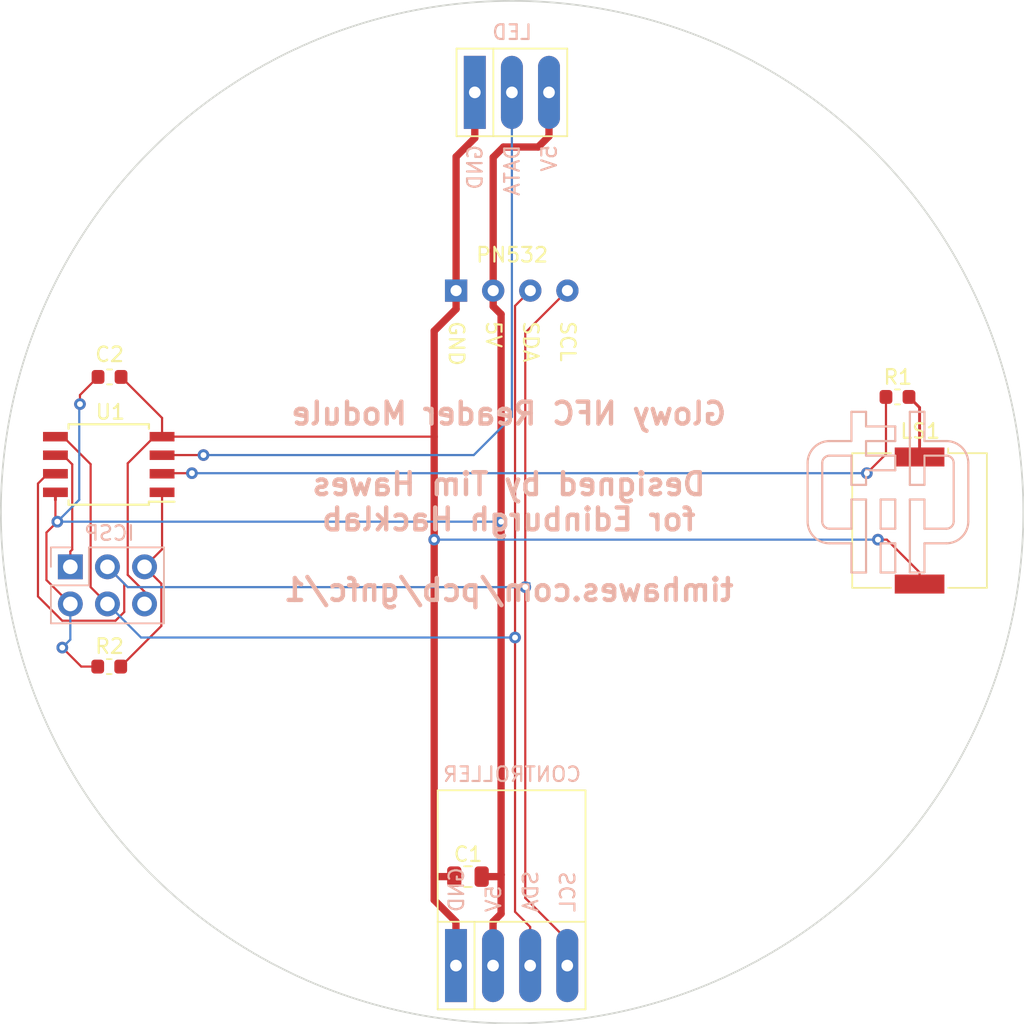
<source format=kicad_pcb>
(kicad_pcb (version 20171130) (host pcbnew "(5.1.2-1)-1")

  (general
    (thickness 1.6)
    (drawings 16)
    (tracks 117)
    (zones 0)
    (modules 11)
    (nets 10)
  )

  (page A4)
  (layers
    (0 F.Cu signal)
    (31 B.Cu signal)
    (32 B.Adhes user)
    (33 F.Adhes user)
    (34 B.Paste user)
    (35 F.Paste user)
    (36 B.SilkS user)
    (37 F.SilkS user)
    (38 B.Mask user)
    (39 F.Mask user)
    (40 Dwgs.User user)
    (41 Cmts.User user)
    (42 Eco1.User user)
    (43 Eco2.User user)
    (44 Edge.Cuts user)
    (45 Margin user)
    (46 B.CrtYd user)
    (47 F.CrtYd user)
    (48 B.Fab user)
    (49 F.Fab user)
  )

  (setup
    (last_trace_width 0.2)
    (user_trace_width 0.15)
    (user_trace_width 0.2)
    (user_trace_width 0.25)
    (user_trace_width 0.5)
    (user_trace_width 1)
    (trace_clearance 0.2)
    (zone_clearance 0.508)
    (zone_45_only yes)
    (trace_min 0.15)
    (via_size 0.8)
    (via_drill 0.4)
    (via_min_size 0.4)
    (via_min_drill 0.3)
    (uvia_size 0.3)
    (uvia_drill 0.1)
    (uvias_allowed no)
    (uvia_min_size 0.2)
    (uvia_min_drill 0.1)
    (edge_width 0.05)
    (segment_width 0.2)
    (pcb_text_width 0.3)
    (pcb_text_size 1.5 1.5)
    (mod_edge_width 0.12)
    (mod_text_size 1 1)
    (mod_text_width 0.15)
    (pad_size 3 1.7)
    (pad_drill 1)
    (pad_to_mask_clearance 0.051)
    (solder_mask_min_width 0.25)
    (aux_axis_origin 0 0)
    (visible_elements FFFFFF7F)
    (pcbplotparams
      (layerselection 0x010fc_ffffffff)
      (usegerberextensions true)
      (usegerberattributes false)
      (usegerberadvancedattributes false)
      (creategerberjobfile false)
      (excludeedgelayer true)
      (linewidth 0.100000)
      (plotframeref false)
      (viasonmask false)
      (mode 1)
      (useauxorigin false)
      (hpglpennumber 1)
      (hpglpenspeed 20)
      (hpglpendiameter 15.000000)
      (psnegative false)
      (psa4output false)
      (plotreference true)
      (plotvalue true)
      (plotinvisibletext false)
      (padsonsilk false)
      (subtractmaskfromsilk false)
      (outputformat 1)
      (mirror false)
      (drillshape 0)
      (scaleselection 1)
      (outputdirectory "gerbers"))
  )

  (net 0 "")
  (net 1 GND)
  (net 2 +5V)
  (net 3 /LED)
  (net 4 /RST)
  (net 5 /MOSI)
  (net 6 /SCK)
  (net 7 /MISO)
  (net 8 "Net-(LS1-Pad1)")
  (net 9 /SPEAKER)

  (net_class Default "This is the default net class."
    (clearance 0.2)
    (trace_width 0.2)
    (via_dia 0.8)
    (via_drill 0.4)
    (uvia_dia 0.3)
    (uvia_drill 0.1)
    (add_net +5V)
    (add_net /LED)
    (add_net /MISO)
    (add_net /MOSI)
    (add_net /RST)
    (add_net /SCK)
    (add_net /SPEAKER)
    (add_net GND)
    (add_net "Net-(LS1-Pad1)")
  )

  (module timhawes:Hacklab_Logo_11mm (layer B.Cu) (tedit 565883E2) (tstamp 5D351920)
    (at 174.32 101.97 180)
    (fp_text reference REF** (at 0 -9) (layer B.SilkS) hide
      (effects (font (size 1 1) (thickness 0.15)) (justify mirror))
    )
    (fp_text value Hacklab_Logo_11mm (at 0 -7) (layer B.Fab) hide
      (effects (font (size 1 1) (thickness 0.15)) (justify mirror))
    )
    (fp_line (start -0.5 -0.5) (end 0.5 -0.5) (layer B.SilkS) (width 0.15))
    (fp_line (start 0.5 -0.5) (end 0.5 -2.5) (layer B.SilkS) (width 0.15))
    (fp_line (start 0.5 -2.5) (end -0.5 -2.5) (layer B.SilkS) (width 0.15))
    (fp_line (start -0.5 -2.5) (end -0.5 -0.5) (layer B.SilkS) (width 0.15))
    (fp_line (start -0.5 -3.5) (end 0.5 -3.5) (layer B.SilkS) (width 0.15))
    (fp_line (start 0.5 -3.5) (end 0.5 -5.5) (layer B.SilkS) (width 0.15))
    (fp_line (start 0.5 -5.5) (end -0.5 -5.5) (layer B.SilkS) (width 0.15))
    (fp_line (start -0.5 -5.5) (end -0.5 -3.5) (layer B.SilkS) (width 0.15))
    (fp_line (start 1.5 -0.5) (end 1.5 -5.5) (layer B.SilkS) (width 0.15))
    (fp_line (start 1.5 -5.5) (end 2.5 -5.5) (layer B.SilkS) (width 0.15))
    (fp_line (start 2.5 -5.5) (end 2.5 -3.5) (layer B.SilkS) (width 0.15))
    (fp_line (start 2.5 -3.5) (end 4 -3.5) (layer B.SilkS) (width 0.15))
    (fp_line (start 1.5 -0.5) (end 2.5 -0.5) (layer B.SilkS) (width 0.15))
    (fp_line (start 2.5 -0.5) (end 2.5 -2.5) (layer B.SilkS) (width 0.15))
    (fp_line (start 2.5 -2.5) (end 4 -2.5) (layer B.SilkS) (width 0.15))
    (fp_line (start -1.5 -0.5) (end -1.5 -5.5) (layer B.SilkS) (width 0.15))
    (fp_line (start -1.5 -5.5) (end -2.5 -5.5) (layer B.SilkS) (width 0.15))
    (fp_line (start -2.5 -5.5) (end -2.5 -3.5) (layer B.SilkS) (width 0.15))
    (fp_line (start -2.5 -3.5) (end -4 -3.5) (layer B.SilkS) (width 0.15))
    (fp_line (start -1.5 -0.5) (end -2.5 -0.5) (layer B.SilkS) (width 0.15))
    (fp_line (start -2.5 -0.5) (end -2.5 -2.5) (layer B.SilkS) (width 0.15))
    (fp_line (start -2.5 -2.5) (end -4 -2.5) (layer B.SilkS) (width 0.15))
    (fp_line (start -2.5 0.5) (end -1.5 0.5) (layer B.SilkS) (width 0.15))
    (fp_line (start -1.5 0.5) (end -1.5 5.5) (layer B.SilkS) (width 0.15))
    (fp_line (start -1.5 5.5) (end -2.5 5.5) (layer B.SilkS) (width 0.15))
    (fp_line (start -2.5 5.5) (end -2.5 3.5) (layer B.SilkS) (width 0.15))
    (fp_line (start -2.5 3.5) (end -4 3.5) (layer B.SilkS) (width 0.15))
    (fp_line (start -2.5 0.5) (end -2.5 2.5) (layer B.SilkS) (width 0.15))
    (fp_line (start -2.5 2.5) (end -4 2.5) (layer B.SilkS) (width 0.15))
    (fp_line (start 1.5 5.5) (end 1.5 4.5) (layer B.SilkS) (width 0.15))
    (fp_line (start 1.5 4.5) (end -0.5 4.5) (layer B.SilkS) (width 0.15))
    (fp_line (start -0.5 4.5) (end -0.5 3.5) (layer B.SilkS) (width 0.15))
    (fp_line (start -0.5 3.5) (end 1.5 3.5) (layer B.SilkS) (width 0.15))
    (fp_line (start 1.5 3.5) (end 1.5 2.5) (layer B.SilkS) (width 0.15))
    (fp_line (start 1.5 2.5) (end -0.5 2.5) (layer B.SilkS) (width 0.15))
    (fp_line (start -0.5 2.5) (end -0.5 1.5) (layer B.SilkS) (width 0.15))
    (fp_line (start -0.5 1.5) (end 1.5 1.5) (layer B.SilkS) (width 0.15))
    (fp_line (start 1.5 1.5) (end 1.5 0.5) (layer B.SilkS) (width 0.15))
    (fp_line (start 1.5 0.5) (end 2.5 0.5) (layer B.SilkS) (width 0.15))
    (fp_line (start 2.5 0.5) (end 2.5 2.5) (layer B.SilkS) (width 0.15))
    (fp_line (start 2.5 2.5) (end 4 2.5) (layer B.SilkS) (width 0.15))
    (fp_line (start 1.5 5.5) (end 2.5 5.5) (layer B.SilkS) (width 0.15))
    (fp_line (start 2.5 5.5) (end 2.5 3.5) (layer B.SilkS) (width 0.15))
    (fp_line (start 2.5 3.5) (end 4 3.5) (layer B.SilkS) (width 0.15))
    (fp_line (start 4.5 2) (end 4.5 -2) (layer B.SilkS) (width 0.15))
    (fp_line (start 5.5 2) (end 5.5 -2) (layer B.SilkS) (width 0.15))
    (fp_line (start -4.5 2) (end -4.5 -2) (layer B.SilkS) (width 0.15))
    (fp_line (start -5.5 2) (end -5.5 -2) (layer B.SilkS) (width 0.15))
    (fp_arc (start 4 2) (end 4 2.5) (angle -90) (layer B.SilkS) (width 0.15))
    (fp_arc (start 4 2) (end 4 3.5) (angle -90) (layer B.SilkS) (width 0.15))
    (fp_arc (start 4 -2) (end 4.5 -2) (angle -90) (layer B.SilkS) (width 0.15))
    (fp_arc (start 4 -2) (end 5.5 -2) (angle -90) (layer B.SilkS) (width 0.15))
    (fp_arc (start -4 2) (end -4.5 2) (angle -90) (layer B.SilkS) (width 0.15))
    (fp_arc (start -4 2) (end -5.5 2) (angle -90) (layer B.SilkS) (width 0.15))
    (fp_arc (start -4 -2) (end -4 -2.5) (angle -90) (layer B.SilkS) (width 0.15))
    (fp_arc (start -4 -2) (end -4 -3.5) (angle -90) (layer B.SilkS) (width 0.15))
  )

  (module timhawes:Solder_Connection_3way (layer F.Cu) (tedit 5D34587B) (tstamp 5D342E7E)
    (at 148.575 74.6)
    (path /5D28D74E)
    (fp_text reference J5 (at 0 4) (layer F.SilkS) hide
      (effects (font (size 1 1) (thickness 0.15)))
    )
    (fp_text value WS2812_OUT (at 0 -4) (layer F.Fab)
      (effects (font (size 1 1) (thickness 0.15)))
    )
    (fp_line (start -3.54 2.75) (end -3.54 -2.75) (layer F.CrtYd) (width 0.05))
    (fp_line (start 3.54 2.75) (end -3.54 2.75) (layer F.CrtYd) (width 0.05))
    (fp_line (start 3.54 -2.75) (end 3.54 2.75) (layer F.CrtYd) (width 0.05))
    (fp_line (start -3.54 -2.75) (end 3.54 -2.75) (layer F.CrtYd) (width 0.05))
    (fp_line (start -1.27 -3) (end -1.27 3) (layer F.SilkS) (width 0.12))
    (fp_line (start -3.79 3) (end -3.79 -3) (layer F.SilkS) (width 0.12))
    (fp_line (start 3.79 3) (end -3.79 3) (layer F.SilkS) (width 0.12))
    (fp_line (start 3.79 -3) (end 3.79 3) (layer F.SilkS) (width 0.12))
    (fp_line (start -3.79 -3) (end 3.79 -3) (layer F.SilkS) (width 0.12))
    (pad 3 thru_hole oval (at 2.54 0) (size 1.5 5) (drill 0.8) (layers *.Cu *.Mask)
      (net 2 +5V))
    (pad 2 thru_hole oval (at 0 0) (size 1.5 5) (drill 0.8) (layers *.Cu *.Mask)
      (net 3 /LED))
    (pad 1 thru_hole rect (at -2.54 0) (size 1.5 5) (drill 0.8) (layers *.Cu *.Mask)
      (net 1 GND))
  )

  (module timhawes:Solder_Connection_4way_with_cable_tie (layer F.Cu) (tedit 5D345822) (tstamp 5D27AB9A)
    (at 148.555 134.38)
    (path /5D274E43)
    (fp_text reference J3 (at -0.095 -6.17) (layer F.SilkS) hide
      (effects (font (size 1 1) (thickness 0.15)))
    )
    (fp_text value CONTROLLER (at 0 -4) (layer F.Fab)
      (effects (font (size 1 1) (thickness 0.15)))
    )
    (fp_line (start 5.06 -12) (end 5.06 -3) (layer F.SilkS) (width 0.12))
    (fp_line (start -5.06 -12) (end 5.06 -12) (layer F.SilkS) (width 0.12))
    (fp_line (start -5.06 -3) (end -5.06 -12) (layer F.SilkS) (width 0.12))
    (fp_line (start -4.81 2.75) (end -4.81 -2.75) (layer F.CrtYd) (width 0.05))
    (fp_line (start 4.81 2.75) (end -4.81 2.75) (layer F.CrtYd) (width 0.05))
    (fp_line (start 4.81 -2.75) (end 4.81 2.75) (layer F.CrtYd) (width 0.05))
    (fp_line (start -4.81 -2.75) (end 4.81 -2.75) (layer F.CrtYd) (width 0.05))
    (fp_line (start -2.54 -3) (end -2.54 3) (layer F.SilkS) (width 0.12))
    (fp_line (start -5.06 3) (end -5.06 -3) (layer F.SilkS) (width 0.12))
    (fp_line (start 5.06 3) (end -5.06 3) (layer F.SilkS) (width 0.12))
    (fp_line (start 5.06 -3) (end 5.06 3) (layer F.SilkS) (width 0.12))
    (fp_line (start -5.06 -3) (end 5.06 -3) (layer F.SilkS) (width 0.12))
    (pad "" np_thru_hole circle (at 3 -10) (size 3 3) (drill 3) (layers *.Cu *.Mask))
    (pad "" np_thru_hole circle (at -3 -10) (size 3 3) (drill 3) (layers *.Cu *.Mask))
    (pad 4 thru_hole oval (at 3.81 0) (size 1.5 5) (drill 0.8) (layers *.Cu *.Mask)
      (net 6 /SCK))
    (pad 3 thru_hole oval (at 1.27 0) (size 1.5 5) (drill 0.8) (layers *.Cu *.Mask)
      (net 5 /MOSI))
    (pad 2 thru_hole oval (at -1.27 0) (size 1.5 5) (drill 0.8) (layers *.Cu *.Mask)
      (net 2 +5V))
    (pad 1 thru_hole rect (at -3.81 0) (size 1.5 5) (drill 0.8) (layers *.Cu *.Mask)
      (net 1 GND))
  )

  (module timhawes:ELECHOUSE_PN532_V4_USART_I2C (layer B.Cu) (tedit 5D330F25) (tstamp 5D27AEFE)
    (at 148.545 107.99)
    (path /5D27A4E9)
    (fp_text reference U2 (at -0.18 -21.65) (layer B.SilkS) hide
      (effects (font (size 1 1) (thickness 0.15)) (justify mirror))
    )
    (fp_text value PN532 (at -0.02 -21.94 unlocked) (layer F.SilkS) hide
      (effects (font (size 1 1) (thickness 0.15)))
    )
    (fp_line (start -3.48 4.47) (end -6.69 4.47) (layer Dwgs.User) (width 0.12))
    (fp_line (start -3.48 11.29) (end -3.48 4.47) (layer Dwgs.User) (width 0.12))
    (fp_line (start -6.69 11.29) (end -3.48 11.29) (layer Dwgs.User) (width 0.12))
    (fp_line (start -6.69 4.47) (end -6.69 11.29) (layer Dwgs.User) (width 0.12))
    (fp_line (start -4.84 -3.9) (end -9.14 -3.9) (layer Dwgs.User) (width 0.12))
    (fp_line (start -4.84 3.6) (end -4.84 -3.9) (layer Dwgs.User) (width 0.12))
    (fp_line (start -9.14 3.6) (end -4.84 3.6) (layer Dwgs.User) (width 0.12))
    (fp_line (start -9.14 -3.9) (end -9.14 3.6) (layer Dwgs.User) (width 0.12))
    (fp_line (start -5.63 -11.7) (end -8.14 -11.7) (layer Dwgs.User) (width 0.12))
    (fp_line (start -5.63 -4.69) (end -5.63 -11.7) (layer Dwgs.User) (width 0.12))
    (fp_line (start -8.14 -4.69) (end -5.63 -4.69) (layer Dwgs.User) (width 0.12))
    (fp_line (start -8.14 -11.7) (end -8.14 -4.69) (layer Dwgs.User) (width 0.12))
    (fp_arc (start -13.703996 6.653991) (end -13.703996 6.857191) (angle 180) (layer Dwgs.User) (width 0.2))
    (fp_arc (start -13.703996 6.653991) (end -13.703996 6.450791) (angle 180) (layer Dwgs.User) (width 0.2))
    (fp_arc (start -13.703996 1.573991) (end -13.703996 1.777191) (angle 180) (layer Dwgs.User) (width 0.2))
    (fp_arc (start -13.703996 1.573991) (end -13.703996 1.370791) (angle 180) (layer Dwgs.User) (width 0.2))
    (fp_arc (start -13.703996 -0.966009) (end -13.703996 -0.762809) (angle 180) (layer Dwgs.User) (width 0.2))
    (fp_arc (start -13.703996 -0.966009) (end -13.703996 -1.169209) (angle 180) (layer Dwgs.User) (width 0.2))
    (fp_arc (start -13.703996 -3.506009) (end -13.703996 -3.302809) (angle 180) (layer Dwgs.User) (width 0.2))
    (fp_arc (start -13.703996 -3.506009) (end -13.703996 -3.709209) (angle 180) (layer Dwgs.User) (width 0.2))
    (fp_arc (start -13.703996 -6.046009) (end -13.703996 -5.842809) (angle 180) (layer Dwgs.User) (width 0.2))
    (fp_arc (start -13.703996 -6.046009) (end -13.703996 -6.249209) (angle 180) (layer Dwgs.User) (width 0.2))
    (fp_arc (start -13.703996 -8.586009) (end -13.703996 -8.382809) (angle 180) (layer Dwgs.User) (width 0.2))
    (fp_arc (start -13.703996 -8.586009) (end -13.703996 -8.789209) (angle 180) (layer Dwgs.User) (width 0.2))
    (fp_arc (start -13.703996 -11.126009) (end -13.703996 -10.922809) (angle 180) (layer Dwgs.User) (width 0.2))
    (fp_arc (start -13.703996 -11.126009) (end -13.703996 -11.329209) (angle 180) (layer Dwgs.User) (width 0.2))
    (fp_arc (start -13.703996 4.113991) (end -13.703996 4.317191) (angle 180) (layer Dwgs.User) (width 0.2))
    (fp_arc (start -13.703996 4.113991) (end -13.703996 3.910791) (angle 180) (layer Dwgs.User) (width 0.2))
    (fp_arc (start 10.496004 3.078992) (end 10.496004 2.939292) (angle 180) (layer Dwgs.User) (width 0.2))
    (fp_arc (start 10.496004 3.078992) (end 10.496004 3.218692) (angle 180) (layer Dwgs.User) (width 0.2))
    (fp_arc (start 10.496004 1.808992) (end 10.496004 1.669292) (angle 180) (layer Dwgs.User) (width 0.2))
    (fp_arc (start 10.496004 1.808992) (end 10.496004 1.948692) (angle 180) (layer Dwgs.User) (width 0.2))
    (fp_arc (start 10.496004 0.538992) (end 10.496004 0.399292) (angle 180) (layer Dwgs.User) (width 0.2))
    (fp_arc (start 10.496004 0.538992) (end 10.496004 0.678692) (angle 180) (layer Dwgs.User) (width 0.2))
    (fp_arc (start 10.496004 -0.731008) (end 10.496004 -0.870708) (angle 180) (layer Dwgs.User) (width 0.2))
    (fp_arc (start 10.496004 -0.731008) (end 10.496004 -0.591308) (angle 180) (layer Dwgs.User) (width 0.2))
    (fp_arc (start 10.496004 -2.001008) (end 10.496004 -2.140708) (angle 180) (layer Dwgs.User) (width 0.2))
    (fp_arc (start 10.496004 -2.001008) (end 10.496004 -1.861308) (angle 180) (layer Dwgs.User) (width 0.2))
    (fp_arc (start 10.496004 -3.271008) (end 10.496004 -3.410708) (angle 180) (layer Dwgs.User) (width 0.2))
    (fp_arc (start 10.496004 -3.271008) (end 10.496004 -3.131308) (angle 180) (layer Dwgs.User) (width 0.2))
    (fp_arc (start 10.496004 -4.541008) (end 10.496004 -4.680708) (angle 180) (layer Dwgs.User) (width 0.2))
    (fp_arc (start 10.496004 -4.541008) (end 10.496004 -4.401308) (angle 180) (layer Dwgs.User) (width 0.2))
    (fp_arc (start 10.496004 -5.811008) (end 10.496004 -5.950708) (angle 180) (layer Dwgs.User) (width 0.2))
    (fp_arc (start 10.496004 -5.811008) (end 10.496004 -5.671308) (angle 180) (layer Dwgs.User) (width 0.2))
    (fp_arc (start 10.496004 -7.081008) (end 10.496004 -7.220708) (angle 180) (layer Dwgs.User) (width 0.2))
    (fp_arc (start 10.496004 -7.081008) (end 10.496004 -6.941308) (angle 180) (layer Dwgs.User) (width 0.2))
    (fp_arc (start 10.496004 -8.351008) (end 10.496004 -8.490708) (angle 180) (layer Dwgs.User) (width 0.2))
    (fp_arc (start 10.496004 -8.351008) (end 10.496004 -8.211308) (angle 180) (layer Dwgs.User) (width 0.2))
    (fp_line (start 9.934004 -16.912676) (end 10.696004 -16.912676) (layer Dwgs.User) (width 0.2))
    (fp_line (start 10.103337 -17.082009) (end 9.934004 -16.912676) (layer Dwgs.User) (width 0.2))
    (fp_line (start 10.696004 -17.336009) (end 9.934004 -17.336009) (layer Dwgs.User) (width 0.2))
    (fp_line (start 9.864205 -15.25341) (end 9.864205 -14.78351) (layer Dwgs.User) (width 0.2))
    (fp_line (start 10.727805 -15.25341) (end 9.864205 -15.25341) (layer Dwgs.User) (width 0.2))
    (fp_line (start 10.727805 -14.78351) (end 10.727805 -15.25341) (layer Dwgs.User) (width 0.2))
    (fp_line (start 10.296005 -15.20261) (end 10.727805 -14.78351) (layer Dwgs.User) (width 0.2))
    (fp_line (start 9.864205 -14.78351) (end 10.296005 -15.20261) (layer Dwgs.User) (width 0.2))
    (fp_line (start 9.864205 -14.61841) (end 10.727805 -14.61841) (layer Dwgs.User) (width 0.2))
    (fp_line (start 10.296005 -15.03751) (end 9.864205 -14.61841) (layer Dwgs.User) (width 0.2))
    (fp_line (start 10.727805 -14.61841) (end 10.296005 -15.03751) (layer Dwgs.User) (width 0.2))
    (fp_arc (start 8.715005 -17.463009) (end 9.053671 -16.828009) (angle 56.14497387) (layer Dwgs.User) (width 0.2))
    (fp_arc (start 8.990171 -16.912676) (end 9.053671 -16.997342) (angle 106.2602047) (layer Dwgs.User) (width 0.2))
    (fp_arc (start 8.715005 -16.362342) (end 8.376338 -16.997342) (angle 56.14497387) (layer Dwgs.User) (width 0.2))
    (fp_arc (start 8.439838 -16.912676) (end 8.376338 -16.828009) (angle 106.2602047) (layer Dwgs.User) (width 0.2))
    (fp_line (start 9.096005 -17.336009) (end 8.334005 -17.336009) (layer Dwgs.User) (width 0.2))
    (fp_line (start 8.264205 -15.25341) (end 8.264205 -14.78351) (layer Dwgs.User) (width 0.2))
    (fp_line (start 9.127805 -15.25341) (end 8.264205 -15.25341) (layer Dwgs.User) (width 0.2))
    (fp_line (start 9.127805 -14.78351) (end 9.127805 -15.25341) (layer Dwgs.User) (width 0.2))
    (fp_line (start 8.696005 -15.20261) (end 9.127805 -14.78351) (layer Dwgs.User) (width 0.2))
    (fp_line (start 8.264205 -14.78351) (end 8.696005 -15.20261) (layer Dwgs.User) (width 0.2))
    (fp_line (start 8.264205 -14.61841) (end 9.127805 -14.61841) (layer Dwgs.User) (width 0.2))
    (fp_line (start 8.696005 -15.03751) (end 8.264205 -14.61841) (layer Dwgs.User) (width 0.2))
    (fp_line (start 9.127805 -14.61841) (end 8.696005 -15.03751) (layer Dwgs.User) (width 0.2))
    (fp_arc (start 3.806005 -19.836009) (end 3.602805 -19.836009) (angle 180) (layer Dwgs.User) (width 0.2))
    (fp_arc (start 3.806005 -19.836009) (end 4.009205 -19.836009) (angle 180) (layer Dwgs.User) (width 0.2))
    (fp_arc (start 1.266005 -19.836009) (end 1.062805 -19.836009) (angle 180) (layer Dwgs.User) (width 0.2))
    (fp_arc (start 1.266005 -19.836009) (end 1.469205 -19.836009) (angle 180) (layer Dwgs.User) (width 0.2))
    (fp_arc (start -1.273995 -19.836009) (end -1.477195 -19.836009) (angle 180) (layer Dwgs.User) (width 0.2))
    (fp_arc (start -1.273995 -19.836009) (end -1.070795 -19.836009) (angle 180) (layer Dwgs.User) (width 0.2))
    (fp_arc (start -3.813995 -19.836009) (end -4.017195 -19.836009) (angle 180) (layer Dwgs.User) (width 0.2))
    (fp_arc (start -3.813995 -19.836009) (end -3.610795 -19.836009) (angle 180) (layer Dwgs.User) (width 0.2))
    (fp_arc (start -0.003995 14.461995) (end 0.148405 14.461995) (angle 180) (layer Dwgs.User) (width 0.2))
    (fp_arc (start -0.003995 14.461995) (end -0.156395 14.461995) (angle 180) (layer Dwgs.User) (width 0.2))
    (fp_arc (start -0.003995 14.461995) (end 0.250005 14.461995) (angle 180) (layer Dwgs.User) (width 0.2))
    (fp_arc (start -0.003995 14.461995) (end -0.257995 14.461995) (angle 180) (layer Dwgs.User) (width 0.2))
    (fp_arc (start -0.003995 14.461995) (end 0.250005 14.461995) (angle 180) (layer Dwgs.User) (width 0.2))
    (fp_arc (start -0.003995 14.461995) (end -0.257995 14.461995) (angle 180) (layer Dwgs.User) (width 0.2))
    (fp_arc (start -0.003995 14.461995) (end 0.250005 14.461995) (angle 180) (layer Dwgs.User) (width 0.2))
    (fp_arc (start -0.003995 14.461995) (end -0.257995 14.461995) (angle 180) (layer Dwgs.User) (width 0.2))
    (fp_arc (start -0.987005 -22.536011) (end -0.812007 -22.536011) (angle 180) (layer Dwgs.User) (width 0.2))
    (fp_arc (start -0.987005 -22.536011) (end -1.162004 -22.536011) (angle 180) (layer Dwgs.User) (width 0.2))
    (fp_arc (start 2.012989 -25.536005) (end 2.187987 -25.536005) (angle 180) (layer Dwgs.User) (width 0.2))
    (fp_arc (start 2.012989 -25.536005) (end 1.83799 -25.536005) (angle 180) (layer Dwgs.User) (width 0.2))
    (fp_line (start 2.012989 -25.536005) (end -0.987005 -22.536011) (layer Dwgs.User) (width 0.2))
    (fp_arc (start -1.687004 -22.536011) (end -1.512006 -22.536011) (angle 180) (layer Dwgs.User) (width 0.2))
    (fp_arc (start -1.687004 -22.536011) (end -1.862002 -22.536011) (angle 180) (layer Dwgs.User) (width 0.2))
    (fp_arc (start -0.987005 -22.536011) (end -0.812007 -22.536011) (angle 180) (layer Dwgs.User) (width 0.2))
    (fp_arc (start -0.987005 -22.536011) (end -1.162004 -22.536011) (angle 180) (layer Dwgs.User) (width 0.2))
    (fp_line (start -0.987005 -22.536011) (end -1.687004 -22.536011) (layer Dwgs.User) (width 0.2))
    (fp_arc (start -0.003995 14.463991) (end 0.171003 14.463991) (angle 180) (layer Dwgs.User) (width 0.2))
    (fp_arc (start -0.003995 14.463991) (end -0.178993 14.463991) (angle 180) (layer Dwgs.User) (width 0.2))
    (fp_arc (start 15.212988 14.463991) (end 15.387986 14.463991) (angle 180) (layer Dwgs.User) (width 0.2))
    (fp_arc (start 15.212988 14.463991) (end 15.037989 14.463991) (angle 180) (layer Dwgs.User) (width 0.2))
    (fp_line (start 15.212988 14.463991) (end -0.003995 14.463991) (layer Dwgs.User) (width 0.2))
    (fp_arc (start -15.487002 14.463991) (end -15.312003 14.463991) (angle 180) (layer Dwgs.User) (width 0.2))
    (fp_arc (start -15.487002 14.463991) (end -15.662 14.463991) (angle 180) (layer Dwgs.User) (width 0.2))
    (fp_arc (start -0.003995 14.463991) (end 0.171003 14.463991) (angle 180) (layer Dwgs.User) (width 0.2))
    (fp_arc (start -0.003995 14.463991) (end -0.178993 14.463991) (angle 180) (layer Dwgs.User) (width 0.2))
    (fp_line (start -0.003995 14.463991) (end -15.487002 14.463991) (layer Dwgs.User) (width 0.2))
    (fp_arc (start -15.487002 14.463991) (end -15.312003 14.463991) (angle 180) (layer Dwgs.User) (width 0.2))
    (fp_arc (start -15.487002 14.463991) (end -15.662 14.463991) (angle 180) (layer Dwgs.User) (width 0.2))
    (fp_arc (start -0.003995 14.463991) (end 0.171003 14.463991) (angle 180) (layer Dwgs.User) (width 0.2))
    (fp_arc (start -0.003995 14.463991) (end -0.178993 14.463991) (angle 180) (layer Dwgs.User) (width 0.2))
    (fp_line (start -0.003995 14.463991) (end -15.487002 14.463991) (layer Dwgs.User) (width 0.2))
    (fp_arc (start -0.003995 14.463991) (end 0.171003 14.463991) (angle 180) (layer Dwgs.User) (width 0.2))
    (fp_arc (start -0.003995 14.463991) (end -0.178993 14.463991) (angle 180) (layer Dwgs.User) (width 0.2))
    (fp_arc (start 5.012983 14.463991) (end 5.187981 14.463991) (angle 180) (layer Dwgs.User) (width 0.2))
    (fp_arc (start 5.012983 14.463991) (end 4.837984 14.463991) (angle 180) (layer Dwgs.User) (width 0.2))
    (fp_line (start 5.012983 14.463991) (end -0.003995 14.463991) (layer Dwgs.User) (width 0.2))
    (fp_arc (start 18.213007 11.763971) (end 18.388005 11.763971) (angle 180) (layer Dwgs.User) (width 0.2))
    (fp_arc (start 18.213007 11.763971) (end 18.038009 11.763971) (angle 180) (layer Dwgs.User) (width 0.2))
    (fp_arc (start 18.213007 11.463972) (end 18.388005 11.463972) (angle 180) (layer Dwgs.User) (width 0.2))
    (fp_arc (start 18.213007 11.463972) (end 18.038009 11.463972) (angle 180) (layer Dwgs.User) (width 0.2))
    (fp_line (start 18.213007 11.463972) (end 18.213007 11.763971) (layer Dwgs.User) (width 0.2))
    (fp_arc (start 18.213007 11.463972) (end 18.388005 11.463972) (angle 180) (layer Dwgs.User) (width 0.2))
    (fp_arc (start 18.213007 11.463972) (end 18.038009 11.463972) (angle 180) (layer Dwgs.User) (width 0.2))
    (fp_arc (start 18.213007 11.163972) (end 18.388005 11.163972) (angle 180) (layer Dwgs.User) (width 0.2))
    (fp_arc (start 18.213007 11.163972) (end 18.038009 11.163972) (angle 180) (layer Dwgs.User) (width 0.2))
    (fp_line (start 18.213007 11.163972) (end 18.213007 11.463972) (layer Dwgs.User) (width 0.2))
    (fp_arc (start 18.212982 11.463972) (end 18.38798 11.463972) (angle 180) (layer Dwgs.User) (width 0.2))
    (fp_arc (start 18.212982 11.463972) (end 18.037983 11.463972) (angle 180) (layer Dwgs.User) (width 0.2))
    (fp_arc (start 18.213007 11.463972) (end 18.388005 11.463972) (angle 180) (layer Dwgs.User) (width 0.2))
    (fp_arc (start 18.213007 11.463972) (end 18.038009 11.463972) (angle 180) (layer Dwgs.User) (width 0.2))
    (fp_line (start 18.213007 11.463972) (end 18.212982 11.463972) (layer Dwgs.User) (width 0.2))
    (fp_arc (start 18.213007 11.363972) (end 18.388005 11.363972) (angle 180) (layer Dwgs.User) (width 0.2))
    (fp_arc (start 18.213007 11.363972) (end 18.038009 11.363972) (angle 180) (layer Dwgs.User) (width 0.2))
    (fp_arc (start 18.213007 -21.536013) (end 18.388005 -21.536013) (angle 180) (layer Dwgs.User) (width 0.2))
    (fp_arc (start 18.213007 -21.536013) (end 18.038009 -21.536013) (angle 180) (layer Dwgs.User) (width 0.2))
    (fp_line (start 18.213007 -21.536013) (end 18.213007 11.363972) (layer Dwgs.User) (width 0.2))
    (fp_arc (start 18.213007 -21.536013) (end 18.388005 -21.536013) (angle 180) (layer Dwgs.User) (width 0.2))
    (fp_arc (start 18.213007 -21.536013) (end 18.038009 -21.536013) (angle 180) (layer Dwgs.User) (width 0.2))
    (fp_arc (start 18.213007 -21.836013) (end 18.388005 -21.836013) (angle 180) (layer Dwgs.User) (width 0.2))
    (fp_arc (start 18.213007 -21.836013) (end 18.038009 -21.836013) (angle 180) (layer Dwgs.User) (width 0.2))
    (fp_line (start 18.213007 -21.836013) (end 18.213007 -21.536013) (layer Dwgs.User) (width 0.2))
    (fp_arc (start 18.213007 -21.236014) (end 18.388005 -21.236014) (angle 180) (layer Dwgs.User) (width 0.2))
    (fp_arc (start 18.213007 -21.236014) (end 18.038009 -21.236014) (angle 180) (layer Dwgs.User) (width 0.2))
    (fp_arc (start 18.213007 -21.536013) (end 18.388005 -21.536013) (angle 180) (layer Dwgs.User) (width 0.2))
    (fp_arc (start 18.213007 -21.536013) (end 18.038009 -21.536013) (angle 180) (layer Dwgs.User) (width 0.2))
    (fp_line (start 18.213007 -21.536013) (end 18.213007 -21.236014) (layer Dwgs.User) (width 0.2))
    (fp_arc (start 18.213007 -21.536013) (end 18.388005 -21.536013) (angle 180) (layer Dwgs.User) (width 0.2))
    (fp_arc (start 18.213007 -21.536013) (end 18.038009 -21.536013) (angle 180) (layer Dwgs.User) (width 0.2))
    (fp_arc (start 18.213007 -21.836013) (end 18.388005 -21.836013) (angle 180) (layer Dwgs.User) (width 0.2))
    (fp_arc (start 18.213007 -21.836013) (end 18.038009 -21.836013) (angle 180) (layer Dwgs.User) (width 0.2))
    (fp_line (start 18.213007 -21.836013) (end 18.213007 -21.536013) (layer Dwgs.User) (width 0.2))
    (fp_arc (start 18.212982 -21.536013) (end 18.38798 -21.536013) (angle 180) (layer Dwgs.User) (width 0.2))
    (fp_arc (start 18.212982 -21.536013) (end 18.037983 -21.536013) (angle 180) (layer Dwgs.User) (width 0.2))
    (fp_arc (start 18.213007 -21.536013) (end 18.388005 -21.536013) (angle 180) (layer Dwgs.User) (width 0.2))
    (fp_arc (start 18.213007 -21.536013) (end 18.038009 -21.536013) (angle 180) (layer Dwgs.User) (width 0.2))
    (fp_line (start 18.213007 -21.536013) (end 18.212982 -21.536013) (layer Dwgs.User) (width 0.2))
    (fp_arc (start -16.187 15.463989) (end -16.012002 15.463989) (angle 180) (layer Dwgs.User) (width 0.2))
    (fp_arc (start -16.187 15.463989) (end -16.361999 15.463989) (angle 180) (layer Dwgs.User) (width 0.2))
    (fp_arc (start 5.012983 15.463989) (end 5.187981 15.463989) (angle 180) (layer Dwgs.User) (width 0.2))
    (fp_arc (start 5.012983 15.463989) (end 4.837984 15.463989) (angle 180) (layer Dwgs.User) (width 0.2))
    (fp_line (start 5.012983 15.463989) (end -16.187 15.463989) (layer Dwgs.User) (width 0.2))
    (fp_arc (start 2.012989 -25.536005) (end 2.187987 -25.536005) (angle 180) (layer Dwgs.User) (width 0.2))
    (fp_arc (start 2.012989 -25.536005) (end 1.83799 -25.536005) (angle 180) (layer Dwgs.User) (width 0.2))
    (fp_arc (start 2.012989 -25.536031) (end 2.187987 -25.536031) (angle 180) (layer Dwgs.User) (width 0.2))
    (fp_arc (start 2.012989 -25.536031) (end 1.83799 -25.536031) (angle 180) (layer Dwgs.User) (width 0.2))
    (fp_line (start 2.012989 -25.536031) (end 2.012989 -25.536005) (layer Dwgs.User) (width 0.2))
    (fp_arc (start 1.31299 -24.536007) (end 1.487988 -24.536007) (angle 180) (layer Dwgs.User) (width 0.2))
    (fp_arc (start 1.31299 -24.536007) (end 1.137992 -24.536007) (angle 180) (layer Dwgs.User) (width 0.2))
    (fp_arc (start 0.312992 -25.536031) (end 0.48799 -25.536031) (angle 180) (layer Dwgs.User) (width 0.2))
    (fp_arc (start 0.312992 -25.536031) (end 0.137994 -25.536031) (angle 180) (layer Dwgs.User) (width 0.2))
    (fp_line (start 0.312992 -25.536031) (end 1.31299 -24.536007) (layer Dwgs.User) (width 0.2))
    (fp_arc (start 0.012993 -22.536011) (end 0.187991 -22.536011) (angle 180) (layer Dwgs.User) (width 0.2))
    (fp_arc (start 0.012993 -22.536011) (end -0.162006 -22.536011) (angle 180) (layer Dwgs.User) (width 0.2))
    (fp_arc (start -0.987005 -23.536009) (end -0.812007 -23.536009) (angle 180) (layer Dwgs.User) (width 0.2))
    (fp_arc (start -0.987005 -23.536009) (end -1.162004 -23.536009) (angle 180) (layer Dwgs.User) (width 0.2))
    (fp_line (start -0.987005 -23.536009) (end 0.012993 -22.536011) (layer Dwgs.User) (width 0.2))
    (fp_arc (start 0.612991 -23.536009) (end 0.78799 -23.536009) (angle 180) (layer Dwgs.User) (width 0.2))
    (fp_arc (start 0.612991 -23.536009) (end 0.437993 -23.536009) (angle 180) (layer Dwgs.User) (width 0.2))
    (fp_arc (start -0.387007 -24.536007) (end -0.212008 -24.536007) (angle 180) (layer Dwgs.User) (width 0.2))
    (fp_arc (start -0.387007 -24.536007) (end -0.562005 -24.536007) (angle 180) (layer Dwgs.User) (width 0.2))
    (fp_line (start -0.387007 -24.536007) (end 0.612991 -23.536009) (layer Dwgs.User) (width 0.2))
    (fp_arc (start 16.212986 -19.336018) (end 16.387984 -19.336018) (angle 180) (layer Dwgs.User) (width 0.2))
    (fp_arc (start 16.212986 -19.336018) (end 16.037987 -19.336018) (angle 180) (layer Dwgs.User) (width 0.2))
    (fp_arc (start 16.212986 -20.436015) (end 16.387984 -20.436015) (angle 180) (layer Dwgs.User) (width 0.2))
    (fp_arc (start 16.212986 -20.436015) (end 16.037987 -20.436015) (angle 180) (layer Dwgs.User) (width 0.2))
    (fp_line (start 16.212986 -20.436015) (end 16.212986 -19.336018) (layer Dwgs.User) (width 0.2))
    (fp_arc (start 16.212986 -20.436015) (end 16.387984 -20.436015) (angle 180) (layer Dwgs.User) (width 0.2))
    (fp_arc (start 16.212986 -20.436015) (end 16.037987 -20.436015) (angle 180) (layer Dwgs.User) (width 0.2))
    (fp_arc (start 14.11299 -22.536011) (end 14.287988 -22.536011) (angle 180) (layer Dwgs.User) (width 0.2))
    (fp_arc (start 14.11299 -22.536011) (end 13.937991 -22.536011) (angle 180) (layer Dwgs.User) (width 0.2))
    (fp_line (start 14.11299 -22.536011) (end 16.212986 -20.436015) (layer Dwgs.User) (width 0.2))
    (fp_arc (start 17.212984 -21.136014) (end 17.387982 -21.136014) (angle 180) (layer Dwgs.User) (width 0.2))
    (fp_arc (start 17.212984 -21.136014) (end 17.037985 -21.136014) (angle 180) (layer Dwgs.User) (width 0.2))
    (fp_arc (start 14.812988 -23.536009) (end 14.987987 -23.536009) (angle 180) (layer Dwgs.User) (width 0.2))
    (fp_arc (start 14.812988 -23.536009) (end 14.63799 -23.536009) (angle 180) (layer Dwgs.User) (width 0.2))
    (fp_line (start 14.812988 -23.536009) (end 17.212984 -21.136014) (layer Dwgs.User) (width 0.2))
    (fp_arc (start 18.213007 -21.836013) (end 18.388005 -21.836013) (angle 180) (layer Dwgs.User) (width 0.2))
    (fp_arc (start 18.213007 -21.836013) (end 18.038009 -21.836013) (angle 180) (layer Dwgs.User) (width 0.2))
    (fp_arc (start 15.512987 -24.536007) (end 15.687985 -24.536007) (angle 180) (layer Dwgs.User) (width 0.2))
    (fp_arc (start 15.512987 -24.536007) (end 15.337989 -24.536007) (angle 180) (layer Dwgs.User) (width 0.2))
    (fp_line (start 15.512987 -24.536007) (end 18.213007 -21.836013) (layer Dwgs.User) (width 0.2))
    (fp_arc (start 19.213005 -22.536011) (end 19.388003 -22.536011) (angle 180) (layer Dwgs.User) (width 0.2))
    (fp_arc (start 19.213005 -22.536011) (end 19.038007 -22.536011) (angle 180) (layer Dwgs.User) (width 0.2))
    (fp_arc (start 16.212986 -25.536031) (end 16.387984 -25.536031) (angle 180) (layer Dwgs.User) (width 0.2))
    (fp_arc (start 16.212986 -25.536031) (end 16.037987 -25.536031) (angle 180) (layer Dwgs.User) (width 0.2))
    (fp_line (start 16.212986 -25.536031) (end 19.213005 -22.536011) (layer Dwgs.User) (width 0.2))
    (fp_arc (start 14.812988 13.463993) (end 14.987987 13.463993) (angle 180) (layer Dwgs.User) (width 0.2))
    (fp_arc (start 14.812988 13.463993) (end 14.63799 13.463993) (angle 180) (layer Dwgs.User) (width 0.2))
    (fp_arc (start 17.212984 11.063972) (end 17.387982 11.063972) (angle 180) (layer Dwgs.User) (width 0.2))
    (fp_arc (start 17.212984 11.063972) (end 17.037985 11.063972) (angle 180) (layer Dwgs.User) (width 0.2))
    (fp_line (start 17.212984 11.063972) (end 14.812988 13.463993) (layer Dwgs.User) (width 0.2))
    (fp_arc (start 15.512987 14.463991) (end 15.687985 14.463991) (angle 180) (layer Dwgs.User) (width 0.2))
    (fp_arc (start 15.512987 14.463991) (end 15.337989 14.463991) (angle 180) (layer Dwgs.User) (width 0.2))
    (fp_arc (start 18.213007 11.763971) (end 18.388005 11.763971) (angle 180) (layer Dwgs.User) (width 0.2))
    (fp_arc (start 18.213007 11.763971) (end 18.038009 11.763971) (angle 180) (layer Dwgs.User) (width 0.2))
    (fp_line (start 18.213007 11.763971) (end 15.512987 14.463991) (layer Dwgs.User) (width 0.2))
    (fp_arc (start 16.212986 15.463989) (end 16.387984 15.463989) (angle 180) (layer Dwgs.User) (width 0.2))
    (fp_arc (start 16.212986 15.463989) (end 16.037987 15.463989) (angle 180) (layer Dwgs.User) (width 0.2))
    (fp_arc (start 19.213005 12.463995) (end 19.388003 12.463995) (angle 180) (layer Dwgs.User) (width 0.2))
    (fp_arc (start 19.213005 12.463995) (end 19.038007 12.463995) (angle 180) (layer Dwgs.User) (width 0.2))
    (fp_line (start 19.213005 12.463995) (end 16.212986 15.463989) (layer Dwgs.User) (width 0.2))
    (fp_arc (start -16.187 -19.336018) (end -16.012002 -19.336018) (angle 180) (layer Dwgs.User) (width 0.2))
    (fp_arc (start -16.187 -19.336018) (end -16.361999 -19.336018) (angle 180) (layer Dwgs.User) (width 0.2))
    (fp_arc (start -16.187 -20.436015) (end -16.012002 -20.436015) (angle 180) (layer Dwgs.User) (width 0.2))
    (fp_arc (start -16.187 -20.436015) (end -16.361999 -20.436015) (angle 180) (layer Dwgs.User) (width 0.2))
    (fp_line (start -16.187 -20.436015) (end -16.187 -19.336018) (layer Dwgs.User) (width 0.2))
    (fp_arc (start -16.187 -20.436015) (end -16.012002 -20.436015) (angle 180) (layer Dwgs.User) (width 0.2))
    (fp_arc (start -16.187 -20.436015) (end -16.361999 -20.436015) (angle 180) (layer Dwgs.User) (width 0.2))
    (fp_arc (start -14.087005 -22.536011) (end -13.912006 -22.536011) (angle 180) (layer Dwgs.User) (width 0.2))
    (fp_arc (start -14.087005 -22.536011) (end -14.262003 -22.536011) (angle 180) (layer Dwgs.User) (width 0.2))
    (fp_line (start -14.087005 -22.536011) (end -16.187 -20.436015) (layer Dwgs.User) (width 0.2))
    (fp_arc (start -17.186998 -21.136014) (end -17.012 -21.136014) (angle 180) (layer Dwgs.User) (width 0.2))
    (fp_arc (start -17.186998 -21.136014) (end -17.361997 -21.136014) (angle 180) (layer Dwgs.User) (width 0.2))
    (fp_arc (start -14.787003 -23.536009) (end -14.612005 -23.536009) (angle 180) (layer Dwgs.User) (width 0.2))
    (fp_arc (start -14.787003 -23.536009) (end -14.962002 -23.536009) (angle 180) (layer Dwgs.User) (width 0.2))
    (fp_line (start -14.787003 -23.536009) (end -17.186998 -21.136014) (layer Dwgs.User) (width 0.2))
    (fp_arc (start -18.186996 -21.836013) (end -18.011998 -21.836013) (angle 180) (layer Dwgs.User) (width 0.2))
    (fp_arc (start -18.186996 -21.836013) (end -18.361995 -21.836013) (angle 180) (layer Dwgs.User) (width 0.2))
    (fp_arc (start -15.487002 -24.536007) (end -15.312003 -24.536007) (angle 180) (layer Dwgs.User) (width 0.2))
    (fp_arc (start -15.487002 -24.536007) (end -15.662 -24.536007) (angle 180) (layer Dwgs.User) (width 0.2))
    (fp_line (start -15.487002 -24.536007) (end -18.186996 -21.836013) (layer Dwgs.User) (width 0.2))
    (fp_arc (start -19.186994 -22.536011) (end -19.011996 -22.536011) (angle 180) (layer Dwgs.User) (width 0.2))
    (fp_arc (start -19.186994 -22.536011) (end -19.361993 -22.536011) (angle 180) (layer Dwgs.User) (width 0.2))
    (fp_arc (start -16.187 -25.536031) (end -16.012002 -25.536031) (angle 180) (layer Dwgs.User) (width 0.2))
    (fp_arc (start -16.187 -25.536031) (end -16.361999 -25.536031) (angle 180) (layer Dwgs.User) (width 0.2))
    (fp_line (start -16.187 -25.536031) (end -19.186994 -22.536011) (layer Dwgs.User) (width 0.2))
    (fp_arc (start -14.787003 13.463993) (end -14.612005 13.463993) (angle 180) (layer Dwgs.User) (width 0.2))
    (fp_arc (start -14.787003 13.463993) (end -14.962002 13.463993) (angle 180) (layer Dwgs.User) (width 0.2))
    (fp_arc (start -17.186998 11.063972) (end -17.012 11.063972) (angle 180) (layer Dwgs.User) (width 0.2))
    (fp_arc (start -17.186998 11.063972) (end -17.361997 11.063972) (angle 180) (layer Dwgs.User) (width 0.2))
    (fp_line (start -17.186998 11.063972) (end -14.787003 13.463993) (layer Dwgs.User) (width 0.2))
    (fp_arc (start -15.487002 14.463991) (end -15.312003 14.463991) (angle 180) (layer Dwgs.User) (width 0.2))
    (fp_arc (start -15.487002 14.463991) (end -15.662 14.463991) (angle 180) (layer Dwgs.User) (width 0.2))
    (fp_arc (start -18.186996 11.763971) (end -18.011998 11.763971) (angle 180) (layer Dwgs.User) (width 0.2))
    (fp_arc (start -18.186996 11.763971) (end -18.361995 11.763971) (angle 180) (layer Dwgs.User) (width 0.2))
    (fp_line (start -18.186996 11.763971) (end -15.487002 14.463991) (layer Dwgs.User) (width 0.2))
    (fp_arc (start -16.187 15.463989) (end -16.012002 15.463989) (angle 180) (layer Dwgs.User) (width 0.2))
    (fp_arc (start -16.187 15.463989) (end -16.361999 15.463989) (angle 180) (layer Dwgs.User) (width 0.2))
    (fp_arc (start -19.186994 12.463995) (end -19.011996 12.463995) (angle 180) (layer Dwgs.User) (width 0.2))
    (fp_arc (start -19.186994 12.463995) (end -19.361993 12.463995) (angle 180) (layer Dwgs.User) (width 0.2))
    (fp_line (start -19.186994 12.463995) (end -16.187 15.463989) (layer Dwgs.User) (width 0.2))
    (fp_arc (start -14.087005 12.463995) (end -13.912006 12.463995) (angle 180) (layer Dwgs.User) (width 0.2))
    (fp_arc (start -14.087005 12.463995) (end -14.262003 12.463995) (angle 180) (layer Dwgs.User) (width 0.2))
    (fp_arc (start -16.187 10.363974) (end -16.012002 10.363974) (angle 180) (layer Dwgs.User) (width 0.2))
    (fp_arc (start -16.187 10.363974) (end -16.361999 10.363974) (angle 180) (layer Dwgs.User) (width 0.2))
    (fp_line (start -16.187 10.363974) (end -14.087005 12.463995) (layer Dwgs.User) (width 0.2))
    (fp_arc (start 14.11299 12.463995) (end 14.287988 12.463995) (angle 180) (layer Dwgs.User) (width 0.2))
    (fp_arc (start 14.11299 12.463995) (end 13.937991 12.463995) (angle 180) (layer Dwgs.User) (width 0.2))
    (fp_arc (start 16.212986 10.363974) (end 16.387984 10.363974) (angle 180) (layer Dwgs.User) (width 0.2))
    (fp_arc (start 16.212986 10.363974) (end 16.037987 10.363974) (angle 180) (layer Dwgs.User) (width 0.2))
    (fp_line (start 16.212986 10.363974) (end 14.11299 12.463995) (layer Dwgs.User) (width 0.2))
    (fp_arc (start 12.186984 12.463995) (end 12.361982 12.463995) (angle 180) (layer Dwgs.User) (width 0.2))
    (fp_arc (start 12.186984 12.463995) (end 12.011986 12.463995) (angle 180) (layer Dwgs.User) (width 0.2))
    (fp_arc (start 14.11299 12.463995) (end 14.287988 12.463995) (angle 180) (layer Dwgs.User) (width 0.2))
    (fp_arc (start 14.11299 12.463995) (end 13.937991 12.463995) (angle 180) (layer Dwgs.User) (width 0.2))
    (fp_line (start 14.11299 12.463995) (end 12.186984 12.463995) (layer Dwgs.User) (width 0.2))
    (fp_arc (start -14.087005 12.463995) (end -13.912006 12.463995) (angle 180) (layer Dwgs.User) (width 0.2))
    (fp_arc (start -14.087005 12.463995) (end -14.262003 12.463995) (angle 180) (layer Dwgs.User) (width 0.2))
    (fp_arc (start -12.121476 12.463995) (end -11.946478 12.463995) (angle 180) (layer Dwgs.User) (width 0.2))
    (fp_arc (start -12.121476 12.463995) (end -12.296475 12.463995) (angle 180) (layer Dwgs.User) (width 0.2))
    (fp_line (start -12.121476 12.463995) (end -14.087005 12.463995) (layer Dwgs.User) (width 0.2))
    (fp_arc (start -18.186996 11.463972) (end -18.011998 11.463972) (angle 180) (layer Dwgs.User) (width 0.2))
    (fp_arc (start -18.186996 11.463972) (end -18.361995 11.463972) (angle 180) (layer Dwgs.User) (width 0.2))
    (fp_arc (start -18.186996 -21.436013) (end -18.011998 -21.436013) (angle 180) (layer Dwgs.User) (width 0.2))
    (fp_arc (start -18.186996 -21.436013) (end -18.361995 -21.436013) (angle 180) (layer Dwgs.User) (width 0.2))
    (fp_line (start -18.186996 -21.436013) (end -18.186996 11.463972) (layer Dwgs.User) (width 0.2))
    (fp_arc (start -17.186998 10.363974) (end -17.012 10.363974) (angle 180) (layer Dwgs.User) (width 0.2))
    (fp_arc (start -17.186998 10.363974) (end -17.361997 10.363974) (angle 180) (layer Dwgs.User) (width 0.2))
    (fp_arc (start -17.186998 -20.536015) (end -17.012 -20.536015) (angle 180) (layer Dwgs.User) (width 0.2))
    (fp_arc (start -17.186998 -20.536015) (end -17.361997 -20.536015) (angle 180) (layer Dwgs.User) (width 0.2))
    (fp_line (start -17.186998 -20.536015) (end -17.186998 10.363974) (layer Dwgs.User) (width 0.2))
    (fp_arc (start -16.187 10.363974) (end -16.012002 10.363974) (angle 180) (layer Dwgs.User) (width 0.2))
    (fp_arc (start -16.187 10.363974) (end -16.361999 10.363974) (angle 180) (layer Dwgs.User) (width 0.2))
    (fp_arc (start -16.187 3.463988) (end -16.012002 3.463988) (angle 180) (layer Dwgs.User) (width 0.2))
    (fp_arc (start -16.187 3.463988) (end -16.361999 3.463988) (angle 180) (layer Dwgs.User) (width 0.2))
    (fp_line (start -16.187 3.463988) (end -16.187 10.363974) (layer Dwgs.User) (width 0.2))
    (fp_arc (start -9.587014 -22.536011) (end -9.412015 -22.536011) (angle 180) (layer Dwgs.User) (width 0.2))
    (fp_arc (start -9.587014 -22.536011) (end -9.762012 -22.536011) (angle 180) (layer Dwgs.User) (width 0.2))
    (fp_arc (start -1.687004 -22.536011) (end -1.512006 -22.536011) (angle 180) (layer Dwgs.User) (width 0.2))
    (fp_arc (start -1.687004 -22.536011) (end -1.862002 -22.536011) (angle 180) (layer Dwgs.User) (width 0.2))
    (fp_line (start -1.687004 -22.536011) (end -9.587014 -22.536011) (layer Dwgs.User) (width 0.2))
    (fp_arc (start -19.186994 12.463995) (end -19.011996 12.463995) (angle 180) (layer Dwgs.User) (width 0.2))
    (fp_arc (start -19.186994 12.463995) (end -19.361993 12.463995) (angle 180) (layer Dwgs.User) (width 0.2))
    (fp_arc (start -19.186994 11.263972) (end -19.011996 11.263972) (angle 180) (layer Dwgs.User) (width 0.2))
    (fp_arc (start -19.186994 11.263972) (end -19.361993 11.263972) (angle 180) (layer Dwgs.User) (width 0.2))
    (fp_line (start -19.186994 11.263972) (end -19.186994 12.463995) (layer Dwgs.User) (width 0.2))
    (fp_arc (start -18.186996 11.763971) (end -18.011998 11.763971) (angle 180) (layer Dwgs.User) (width 0.2))
    (fp_arc (start -18.186996 11.763971) (end -18.361995 11.763971) (angle 180) (layer Dwgs.User) (width 0.2))
    (fp_arc (start -18.186996 11.163972) (end -18.011998 11.163972) (angle 180) (layer Dwgs.User) (width 0.2))
    (fp_arc (start -18.186996 11.163972) (end -18.361995 11.163972) (angle 180) (layer Dwgs.User) (width 0.2))
    (fp_line (start -18.186996 11.163972) (end -18.186996 11.763971) (layer Dwgs.User) (width 0.2))
    (fp_arc (start -17.186998 11.063972) (end -17.012 11.063972) (angle 180) (layer Dwgs.User) (width 0.2))
    (fp_arc (start -17.186998 11.063972) (end -17.361997 11.063972) (angle 180) (layer Dwgs.User) (width 0.2))
    (fp_arc (start -17.186998 10.063974) (end -17.012 10.063974) (angle 180) (layer Dwgs.User) (width 0.2))
    (fp_arc (start -17.186998 10.063974) (end -17.361997 10.063974) (angle 180) (layer Dwgs.User) (width 0.2))
    (fp_line (start -17.186998 10.063974) (end -17.186998 11.063972) (layer Dwgs.User) (width 0.2))
    (fp_arc (start -5.186997 -25.536031) (end -5.011999 -25.536031) (angle 180) (layer Dwgs.User) (width 0.2))
    (fp_arc (start -5.186997 -25.536031) (end -5.361995 -25.536031) (angle 180) (layer Dwgs.User) (width 0.2))
    (fp_arc (start 0.312992 -25.536031) (end 0.48799 -25.536031) (angle 180) (layer Dwgs.User) (width 0.2))
    (fp_arc (start 0.312992 -25.536031) (end 0.137994 -25.536031) (angle 180) (layer Dwgs.User) (width 0.2))
    (fp_line (start 0.312992 -25.536031) (end -5.186997 -25.536031) (layer Dwgs.User) (width 0.2))
    (fp_arc (start -5.386997 -24.536007) (end -5.211998 -24.536007) (angle 180) (layer Dwgs.User) (width 0.2))
    (fp_arc (start -5.386997 -24.536007) (end -5.561995 -24.536007) (angle 180) (layer Dwgs.User) (width 0.2))
    (fp_arc (start -0.387007 -24.536007) (end -0.212008 -24.536007) (angle 180) (layer Dwgs.User) (width 0.2))
    (fp_arc (start -0.387007 -24.536007) (end -0.562005 -24.536007) (angle 180) (layer Dwgs.User) (width 0.2))
    (fp_line (start -0.387007 -24.536007) (end -5.386997 -24.536007) (layer Dwgs.User) (width 0.2))
    (fp_arc (start -4.986997 -23.536009) (end -4.811999 -23.536009) (angle 180) (layer Dwgs.User) (width 0.2))
    (fp_arc (start -4.986997 -23.536009) (end -5.161996 -23.536009) (angle 180) (layer Dwgs.User) (width 0.2))
    (fp_arc (start -0.987005 -23.536009) (end -0.812007 -23.536009) (angle 180) (layer Dwgs.User) (width 0.2))
    (fp_arc (start -0.987005 -23.536009) (end -1.162004 -23.536009) (angle 180) (layer Dwgs.User) (width 0.2))
    (fp_line (start -0.987005 -23.536009) (end -4.986997 -23.536009) (layer Dwgs.User) (width 0.2))
    (fp_arc (start 5.012983 -24.536007) (end 5.187981 -24.536007) (angle 180) (layer Dwgs.User) (width 0.2))
    (fp_arc (start 5.012983 -24.536007) (end 4.837984 -24.536007) (angle 180) (layer Dwgs.User) (width 0.2))
    (fp_arc (start 15.212988 -24.536007) (end 15.387986 -24.536007) (angle 180) (layer Dwgs.User) (width 0.2))
    (fp_arc (start 15.212988 -24.536007) (end 15.037989 -24.536007) (angle 180) (layer Dwgs.User) (width 0.2))
    (fp_line (start 15.212988 -24.536007) (end 5.012983 -24.536007) (layer Dwgs.User) (width 0.2))
    (fp_arc (start 8.613001 -22.536011) (end 8.787999 -22.536011) (angle 180) (layer Dwgs.User) (width 0.2))
    (fp_arc (start 8.613001 -22.536011) (end 8.438002 -22.536011) (angle 180) (layer Dwgs.User) (width 0.2))
    (fp_arc (start 13.212992 -22.536011) (end 13.38799 -22.536011) (angle 180) (layer Dwgs.User) (width 0.2))
    (fp_arc (start 13.212992 -22.536011) (end 13.037993 -22.536011) (angle 180) (layer Dwgs.User) (width 0.2))
    (fp_line (start 13.212992 -22.536011) (end 8.613001 -22.536011) (layer Dwgs.User) (width 0.2))
    (fp_arc (start 5.012983 15.463989) (end 5.187981 15.463989) (angle 180) (layer Dwgs.User) (width 0.2))
    (fp_arc (start 5.012983 15.463989) (end 4.837984 15.463989) (angle 180) (layer Dwgs.User) (width 0.2))
    (fp_arc (start 16.212986 15.463989) (end 16.387984 15.463989) (angle 180) (layer Dwgs.User) (width 0.2))
    (fp_arc (start 16.212986 15.463989) (end 16.037987 15.463989) (angle 180) (layer Dwgs.User) (width 0.2))
    (fp_line (start 16.212986 15.463989) (end 5.012983 15.463989) (layer Dwgs.User) (width 0.2))
    (fp_arc (start 5.012983 -25.536031) (end 5.187981 -25.536031) (angle 180) (layer Dwgs.User) (width 0.2))
    (fp_arc (start 5.012983 -25.536031) (end 4.837984 -25.536031) (angle 180) (layer Dwgs.User) (width 0.2))
    (fp_arc (start 16.212986 -25.536031) (end 16.387984 -25.536031) (angle 180) (layer Dwgs.User) (width 0.2))
    (fp_arc (start 16.212986 -25.536031) (end 16.037987 -25.536031) (angle 180) (layer Dwgs.User) (width 0.2))
    (fp_line (start 16.212986 -25.536031) (end 5.012983 -25.536031) (layer Dwgs.User) (width 0.2))
    (fp_arc (start 13.81299 -23.536009) (end 13.987989 -23.536009) (angle 180) (layer Dwgs.User) (width 0.2))
    (fp_arc (start 13.81299 -23.536009) (end 13.637992 -23.536009) (angle 180) (layer Dwgs.User) (width 0.2))
    (fp_arc (start 14.812988 -23.536009) (end 14.987987 -23.536009) (angle 180) (layer Dwgs.User) (width 0.2))
    (fp_arc (start 14.812988 -23.536009) (end 14.63799 -23.536009) (angle 180) (layer Dwgs.User) (width 0.2))
    (fp_line (start 14.812988 -23.536009) (end 13.81299 -23.536009) (layer Dwgs.User) (width 0.2))
    (fp_arc (start 13.81299 13.463993) (end 13.987989 13.463993) (angle 180) (layer Dwgs.User) (width 0.2))
    (fp_arc (start 13.81299 13.463993) (end 13.637992 13.463993) (angle 180) (layer Dwgs.User) (width 0.2))
    (fp_arc (start 14.812988 13.463993) (end 14.987987 13.463993) (angle 180) (layer Dwgs.User) (width 0.2))
    (fp_arc (start 14.812988 13.463993) (end 14.63799 13.463993) (angle 180) (layer Dwgs.User) (width 0.2))
    (fp_line (start 14.812988 13.463993) (end 13.81299 13.463993) (layer Dwgs.User) (width 0.2))
    (fp_arc (start 15.212988 14.463991) (end 15.387986 14.463991) (angle 180) (layer Dwgs.User) (width 0.2))
    (fp_arc (start 15.212988 14.463991) (end 15.037989 14.463991) (angle 180) (layer Dwgs.User) (width 0.2))
    (fp_arc (start 15.512987 14.463991) (end 15.687985 14.463991) (angle 180) (layer Dwgs.User) (width 0.2))
    (fp_arc (start 15.512987 14.463991) (end 15.337989 14.463991) (angle 180) (layer Dwgs.User) (width 0.2))
    (fp_line (start 15.512987 14.463991) (end 15.212988 14.463991) (layer Dwgs.User) (width 0.2))
    (fp_arc (start 16.212986 4.863985) (end 16.387984 4.863985) (angle 180) (layer Dwgs.User) (width 0.2))
    (fp_arc (start 16.212986 4.863985) (end 16.037987 4.863985) (angle 180) (layer Dwgs.User) (width 0.2))
    (fp_arc (start 16.212986 -20.436015) (end 16.387984 -20.436015) (angle 180) (layer Dwgs.User) (width 0.2))
    (fp_arc (start 16.212986 -20.436015) (end 16.037987 -20.436015) (angle 180) (layer Dwgs.User) (width 0.2))
    (fp_line (start 16.212986 -20.436015) (end 16.212986 4.863985) (layer Dwgs.User) (width 0.2))
    (fp_arc (start 17.212984 11.063972) (end 17.387982 11.063972) (angle 180) (layer Dwgs.User) (width 0.2))
    (fp_arc (start 17.212984 11.063972) (end 17.037985 11.063972) (angle 180) (layer Dwgs.User) (width 0.2))
    (fp_arc (start 17.212984 10.063974) (end 17.387982 10.063974) (angle 180) (layer Dwgs.User) (width 0.2))
    (fp_arc (start 17.212984 10.063974) (end 17.037985 10.063974) (angle 180) (layer Dwgs.User) (width 0.2))
    (fp_line (start 17.212984 10.063974) (end 17.212984 11.063972) (layer Dwgs.User) (width 0.2))
    (fp_arc (start 19.213005 12.463995) (end 19.388003 12.463995) (angle 180) (layer Dwgs.User) (width 0.2))
    (fp_arc (start 19.213005 12.463995) (end 19.038007 12.463995) (angle 180) (layer Dwgs.User) (width 0.2))
    (fp_arc (start 19.213005 11.263972) (end 19.388003 11.263972) (angle 180) (layer Dwgs.User) (width 0.2))
    (fp_arc (start 19.213005 11.263972) (end 19.038007 11.263972) (angle 180) (layer Dwgs.User) (width 0.2))
    (fp_line (start 19.213005 11.263972) (end 19.213005 12.463995) (layer Dwgs.User) (width 0.2))
    (fp_arc (start 19.213005 11.663971) (end 19.388003 11.663971) (angle 180) (layer Dwgs.User) (width 0.2))
    (fp_arc (start 19.213005 11.663971) (end 19.038007 11.663971) (angle 180) (layer Dwgs.User) (width 0.2))
    (fp_arc (start 19.213005 -22.536011) (end 19.388003 -22.536011) (angle 180) (layer Dwgs.User) (width 0.2))
    (fp_arc (start 19.213005 -22.536011) (end 19.038007 -22.536011) (angle 180) (layer Dwgs.User) (width 0.2))
    (fp_line (start 19.213005 -22.536011) (end 19.213005 11.663971) (layer Dwgs.User) (width 0.2))
    (fp_arc (start 17.212984 10.363974) (end 17.387982 10.363974) (angle 180) (layer Dwgs.User) (width 0.2))
    (fp_arc (start 17.212984 10.363974) (end 17.037985 10.363974) (angle 180) (layer Dwgs.User) (width 0.2))
    (fp_arc (start 17.212984 -21.136014) (end 17.387982 -21.136014) (angle 180) (layer Dwgs.User) (width 0.2))
    (fp_arc (start 17.212984 -21.136014) (end 17.037985 -21.136014) (angle 180) (layer Dwgs.User) (width 0.2))
    (fp_line (start 17.212984 -21.136014) (end 17.212984 10.363974) (layer Dwgs.User) (width 0.2))
    (fp_arc (start 17.212984 -20.136016) (end 17.387982 -20.136016) (angle 180) (layer Dwgs.User) (width 0.2))
    (fp_arc (start 17.212984 -20.136016) (end 17.037985 -20.136016) (angle 180) (layer Dwgs.User) (width 0.2))
    (fp_arc (start 17.212984 -21.136014) (end 17.387982 -21.136014) (angle 180) (layer Dwgs.User) (width 0.2))
    (fp_arc (start 17.212984 -21.136014) (end 17.037985 -21.136014) (angle 180) (layer Dwgs.User) (width 0.2))
    (fp_line (start 17.212984 -21.136014) (end 17.212984 -20.136016) (layer Dwgs.User) (width 0.2))
    (fp_arc (start 19.213005 -21.336014) (end 19.388003 -21.336014) (angle 180) (layer Dwgs.User) (width 0.2))
    (fp_arc (start 19.213005 -21.336014) (end 19.038007 -21.336014) (angle 180) (layer Dwgs.User) (width 0.2))
    (fp_arc (start 19.213005 -22.536011) (end 19.388003 -22.536011) (angle 180) (layer Dwgs.User) (width 0.2))
    (fp_arc (start 19.213005 -22.536011) (end 19.038007 -22.536011) (angle 180) (layer Dwgs.User) (width 0.2))
    (fp_line (start 19.213005 -22.536011) (end 19.213005 -21.336014) (layer Dwgs.User) (width 0.2))
    (fp_arc (start 16.212986 10.363974) (end 16.387984 10.363974) (angle 180) (layer Dwgs.User) (width 0.2))
    (fp_arc (start 16.212986 10.363974) (end 16.037987 10.363974) (angle 180) (layer Dwgs.User) (width 0.2))
    (fp_arc (start 16.212986 4.863985) (end 16.387984 4.863985) (angle 180) (layer Dwgs.User) (width 0.2))
    (fp_arc (start 16.212986 4.863985) (end 16.037987 4.863985) (angle 180) (layer Dwgs.User) (width 0.2))
    (fp_line (start 16.212986 4.863985) (end 16.212986 10.363974) (layer Dwgs.User) (width 0.2))
    (fp_arc (start -14.787003 13.463993) (end -14.612005 13.463993) (angle 180) (layer Dwgs.User) (width 0.2))
    (fp_arc (start -14.787003 13.463993) (end -14.962002 13.463993) (angle 180) (layer Dwgs.User) (width 0.2))
    (fp_arc (start 14.21299 13.463993) (end 14.387988 13.463993) (angle 180) (layer Dwgs.User) (width 0.2))
    (fp_arc (start 14.21299 13.463993) (end 14.037991 13.463993) (angle 180) (layer Dwgs.User) (width 0.2))
    (fp_line (start 14.21299 13.463993) (end -14.787003 13.463993) (layer Dwgs.User) (width 0.2))
    (fp_arc (start 12.612993 -22.536011) (end 12.787991 -22.536011) (angle 180) (layer Dwgs.User) (width 0.2))
    (fp_arc (start 12.612993 -22.536011) (end 12.437994 -22.536011) (angle 180) (layer Dwgs.User) (width 0.2))
    (fp_arc (start 14.11299 -22.536011) (end 14.287988 -22.536011) (angle 180) (layer Dwgs.User) (width 0.2))
    (fp_arc (start 14.11299 -22.536011) (end 13.937991 -22.536011) (angle 180) (layer Dwgs.User) (width 0.2))
    (fp_line (start 14.11299 -22.536011) (end 12.612993 -22.536011) (layer Dwgs.User) (width 0.2))
    (fp_arc (start 15.212988 -24.536007) (end 15.387986 -24.536007) (angle 180) (layer Dwgs.User) (width 0.2))
    (fp_arc (start 15.212988 -24.536007) (end 15.037989 -24.536007) (angle 180) (layer Dwgs.User) (width 0.2))
    (fp_arc (start 15.512987 -24.536007) (end 15.687985 -24.536007) (angle 180) (layer Dwgs.User) (width 0.2))
    (fp_arc (start 15.512987 -24.536007) (end 15.337989 -24.536007) (angle 180) (layer Dwgs.User) (width 0.2))
    (fp_line (start 15.512987 -24.536007) (end 15.212988 -24.536007) (layer Dwgs.User) (width 0.2))
    (fp_arc (start 0.612991 -23.536009) (end 0.78799 -23.536009) (angle 180) (layer Dwgs.User) (width 0.2))
    (fp_arc (start 0.612991 -23.536009) (end 0.437993 -23.536009) (angle 180) (layer Dwgs.User) (width 0.2))
    (fp_arc (start 14.21299 -23.536009) (end 14.387988 -23.536009) (angle 180) (layer Dwgs.User) (width 0.2))
    (fp_arc (start 14.21299 -23.536009) (end 14.037991 -23.536009) (angle 180) (layer Dwgs.User) (width 0.2))
    (fp_line (start 14.21299 -23.536009) (end 0.612991 -23.536009) (layer Dwgs.User) (width 0.2))
    (fp_arc (start 2.012989 -25.536031) (end 2.187987 -25.536031) (angle 180) (layer Dwgs.User) (width 0.2))
    (fp_arc (start 2.012989 -25.536031) (end 1.83799 -25.536031) (angle 180) (layer Dwgs.User) (width 0.2))
    (fp_arc (start 5.012983 -25.536031) (end 5.187981 -25.536031) (angle 180) (layer Dwgs.User) (width 0.2))
    (fp_arc (start 5.012983 -25.536031) (end 4.837984 -25.536031) (angle 180) (layer Dwgs.User) (width 0.2))
    (fp_line (start 5.012983 -25.536031) (end 2.012989 -25.536031) (layer Dwgs.User) (width 0.2))
    (fp_arc (start -14.787003 13.463993) (end -14.612005 13.463993) (angle 180) (layer Dwgs.User) (width 0.2))
    (fp_arc (start -14.787003 13.463993) (end -14.962002 13.463993) (angle 180) (layer Dwgs.User) (width 0.2))
    (fp_arc (start 5.012983 13.463993) (end 5.187981 13.463993) (angle 180) (layer Dwgs.User) (width 0.2))
    (fp_arc (start 5.012983 13.463993) (end 4.837984 13.463993) (angle 180) (layer Dwgs.User) (width 0.2))
    (fp_line (start 5.012983 13.463993) (end -14.787003 13.463993) (layer Dwgs.User) (width 0.2))
    (fp_arc (start -15.487002 14.463991) (end -15.312003 14.463991) (angle 180) (layer Dwgs.User) (width 0.2))
    (fp_arc (start -15.487002 14.463991) (end -15.662 14.463991) (angle 180) (layer Dwgs.User) (width 0.2))
    (fp_arc (start -4.986997 14.463991) (end -4.811999 14.463991) (angle 180) (layer Dwgs.User) (width 0.2))
    (fp_arc (start -4.986997 14.463991) (end -5.161996 14.463991) (angle 180) (layer Dwgs.User) (width 0.2))
    (fp_line (start -4.986997 14.463991) (end -15.487002 14.463991) (layer Dwgs.User) (width 0.2))
    (fp_arc (start -14.787003 13.463993) (end -14.612005 13.463993) (angle 180) (layer Dwgs.User) (width 0.2))
    (fp_arc (start -14.787003 13.463993) (end -14.962002 13.463993) (angle 180) (layer Dwgs.User) (width 0.2))
    (fp_arc (start -4.986997 13.463993) (end -4.811999 13.463993) (angle 180) (layer Dwgs.User) (width 0.2))
    (fp_arc (start -4.986997 13.463993) (end -5.161996 13.463993) (angle 180) (layer Dwgs.User) (width 0.2))
    (fp_line (start -4.986997 13.463993) (end -14.787003 13.463993) (layer Dwgs.User) (width 0.2))
    (fp_arc (start -14.787003 13.463993) (end -14.612005 13.463993) (angle 180) (layer Dwgs.User) (width 0.2))
    (fp_arc (start -14.787003 13.463993) (end -14.962002 13.463993) (angle 180) (layer Dwgs.User) (width 0.2))
    (fp_arc (start -13.787005 13.463993) (end -13.612007 13.463993) (angle 180) (layer Dwgs.User) (width 0.2))
    (fp_arc (start -13.787005 13.463993) (end -13.962004 13.463993) (angle 180) (layer Dwgs.User) (width 0.2))
    (fp_line (start -13.787005 13.463993) (end -14.787003 13.463993) (layer Dwgs.User) (width 0.2))
    (fp_arc (start -16.187 15.463989) (end -16.012002 15.463989) (angle 180) (layer Dwgs.User) (width 0.2))
    (fp_arc (start -16.187 15.463989) (end -16.361999 15.463989) (angle 180) (layer Dwgs.User) (width 0.2))
    (fp_arc (start -4.986997 15.463989) (end -4.811999 15.463989) (angle 180) (layer Dwgs.User) (width 0.2))
    (fp_arc (start -4.986997 15.463989) (end -5.161996 15.463989) (angle 180) (layer Dwgs.User) (width 0.2))
    (fp_line (start -4.986997 15.463989) (end -16.187 15.463989) (layer Dwgs.User) (width 0.2))
    (fp_arc (start -15.487002 14.463991) (end -15.312003 14.463991) (angle 180) (layer Dwgs.User) (width 0.2))
    (fp_arc (start -15.487002 14.463991) (end -15.662 14.463991) (angle 180) (layer Dwgs.User) (width 0.2))
    (fp_arc (start -15.187002 14.463991) (end -15.012004 14.463991) (angle 180) (layer Dwgs.User) (width 0.2))
    (fp_arc (start -15.187002 14.463991) (end -15.362001 14.463991) (angle 180) (layer Dwgs.User) (width 0.2))
    (fp_line (start -15.187002 14.463991) (end -15.487002 14.463991) (layer Dwgs.User) (width 0.2))
    (fp_arc (start 0.012993 -22.536011) (end 0.187991 -22.536011) (angle 180) (layer Dwgs.User) (width 0.2))
    (fp_arc (start 0.012993 -22.536011) (end -0.162006 -22.536011) (angle 180) (layer Dwgs.User) (width 0.2))
    (fp_arc (start 8.613001 -22.536011) (end 8.787999 -22.536011) (angle 180) (layer Dwgs.User) (width 0.2))
    (fp_arc (start 8.613001 -22.536011) (end 8.438002 -22.536011) (angle 180) (layer Dwgs.User) (width 0.2))
    (fp_line (start 8.613001 -22.536011) (end 0.012993 -22.536011) (layer Dwgs.User) (width 0.2))
    (fp_arc (start 0.612991 -23.536009) (end 0.78799 -23.536009) (angle 180) (layer Dwgs.User) (width 0.2))
    (fp_arc (start 0.612991 -23.536009) (end 0.437993 -23.536009) (angle 180) (layer Dwgs.User) (width 0.2))
    (fp_arc (start 5.012983 -23.536009) (end 5.187981 -23.536009) (angle 180) (layer Dwgs.User) (width 0.2))
    (fp_arc (start 5.012983 -23.536009) (end 4.837984 -23.536009) (angle 180) (layer Dwgs.User) (width 0.2))
    (fp_line (start 5.012983 -23.536009) (end 0.612991 -23.536009) (layer Dwgs.User) (width 0.2))
    (fp_arc (start 1.31299 -24.536007) (end 1.487988 -24.536007) (angle 180) (layer Dwgs.User) (width 0.2))
    (fp_arc (start 1.31299 -24.536007) (end 1.137992 -24.536007) (angle 180) (layer Dwgs.User) (width 0.2))
    (fp_arc (start 5.012983 -24.536007) (end 5.187981 -24.536007) (angle 180) (layer Dwgs.User) (width 0.2))
    (fp_arc (start 5.012983 -24.536007) (end 4.837984 -24.536007) (angle 180) (layer Dwgs.User) (width 0.2))
    (fp_line (start 5.012983 -24.536007) (end 1.31299 -24.536007) (layer Dwgs.User) (width 0.2))
    (fp_arc (start -14.787003 -23.536009) (end -14.612005 -23.536009) (angle 180) (layer Dwgs.User) (width 0.2))
    (fp_arc (start -14.787003 -23.536009) (end -14.962002 -23.536009) (angle 180) (layer Dwgs.User) (width 0.2))
    (fp_arc (start -4.986997 -23.536009) (end -4.811999 -23.536009) (angle 180) (layer Dwgs.User) (width 0.2))
    (fp_arc (start -4.986997 -23.536009) (end -5.161996 -23.536009) (angle 180) (layer Dwgs.User) (width 0.2))
    (fp_line (start -4.986997 -23.536009) (end -14.787003 -23.536009) (layer Dwgs.User) (width 0.2))
    (fp_arc (start -15.487002 -24.536007) (end -15.312003 -24.536007) (angle 180) (layer Dwgs.User) (width 0.2))
    (fp_arc (start -15.487002 -24.536007) (end -15.662 -24.536007) (angle 180) (layer Dwgs.User) (width 0.2))
    (fp_arc (start -4.986997 -24.536007) (end -4.811999 -24.536007) (angle 180) (layer Dwgs.User) (width 0.2))
    (fp_arc (start -4.986997 -24.536007) (end -5.161996 -24.536007) (angle 180) (layer Dwgs.User) (width 0.2))
    (fp_line (start -4.986997 -24.536007) (end -15.487002 -24.536007) (layer Dwgs.User) (width 0.2))
    (fp_arc (start -16.187 -25.536031) (end -16.012002 -25.536031) (angle 180) (layer Dwgs.User) (width 0.2))
    (fp_arc (start -16.187 -25.536031) (end -16.361999 -25.536031) (angle 180) (layer Dwgs.User) (width 0.2))
    (fp_arc (start -4.986997 -25.536031) (end -4.811999 -25.536031) (angle 180) (layer Dwgs.User) (width 0.2))
    (fp_arc (start -4.986997 -25.536031) (end -5.161996 -25.536031) (angle 180) (layer Dwgs.User) (width 0.2))
    (fp_line (start -4.986997 -25.536031) (end -16.187 -25.536031) (layer Dwgs.User) (width 0.2))
    (fp_arc (start -17.186998 10.463974) (end -17.012 10.463974) (angle 180) (layer Dwgs.User) (width 0.2))
    (fp_arc (start -17.186998 10.463974) (end -17.361997 10.463974) (angle 180) (layer Dwgs.User) (width 0.2))
    (fp_arc (start -17.186998 -21.136014) (end -17.012 -21.136014) (angle 180) (layer Dwgs.User) (width 0.2))
    (fp_arc (start -17.186998 -21.136014) (end -17.361997 -21.136014) (angle 180) (layer Dwgs.User) (width 0.2))
    (fp_line (start -17.186998 -21.136014) (end -17.186998 10.463974) (layer Dwgs.User) (width 0.2))
    (fp_arc (start -18.186996 11.363972) (end -18.011998 11.363972) (angle 180) (layer Dwgs.User) (width 0.2))
    (fp_arc (start -18.186996 11.363972) (end -18.361995 11.363972) (angle 180) (layer Dwgs.User) (width 0.2))
    (fp_arc (start -18.186996 -21.836013) (end -18.011998 -21.836013) (angle 180) (layer Dwgs.User) (width 0.2))
    (fp_arc (start -18.186996 -21.836013) (end -18.361995 -21.836013) (angle 180) (layer Dwgs.User) (width 0.2))
    (fp_line (start -18.186996 -21.836013) (end -18.186996 11.363972) (layer Dwgs.User) (width 0.2))
    (fp_arc (start -19.186994 11.663971) (end -19.011996 11.663971) (angle 180) (layer Dwgs.User) (width 0.2))
    (fp_arc (start -19.186994 11.663971) (end -19.361993 11.663971) (angle 180) (layer Dwgs.User) (width 0.2))
    (fp_arc (start -19.186994 -22.536011) (end -19.011996 -22.536011) (angle 180) (layer Dwgs.User) (width 0.2))
    (fp_arc (start -19.186994 -22.536011) (end -19.361993 -22.536011) (angle 180) (layer Dwgs.User) (width 0.2))
    (fp_line (start -19.186994 -22.536011) (end -19.186994 11.663971) (layer Dwgs.User) (width 0.2))
    (fp_arc (start -14.087005 -22.536011) (end -13.912006 -22.536011) (angle 180) (layer Dwgs.User) (width 0.2))
    (fp_arc (start -14.087005 -22.536011) (end -14.262003 -22.536011) (angle 180) (layer Dwgs.User) (width 0.2))
    (fp_arc (start -8.587016 -22.536011) (end -8.412017 -22.536011) (angle 180) (layer Dwgs.User) (width 0.2))
    (fp_arc (start -8.587016 -22.536011) (end -8.762014 -22.536011) (angle 180) (layer Dwgs.User) (width 0.2))
    (fp_line (start -8.587016 -22.536011) (end -14.087005 -22.536011) (layer Dwgs.User) (width 0.2))
    (fp_arc (start -13.187006 -22.536011) (end -13.012008 -22.536011) (angle 180) (layer Dwgs.User) (width 0.2))
    (fp_arc (start -13.187006 -22.536011) (end -13.362005 -22.536011) (angle 180) (layer Dwgs.User) (width 0.2))
    (fp_arc (start -8.587016 -22.536011) (end -8.412017 -22.536011) (angle 180) (layer Dwgs.User) (width 0.2))
    (fp_arc (start -8.587016 -22.536011) (end -8.762014 -22.536011) (angle 180) (layer Dwgs.User) (width 0.2))
    (fp_line (start -8.587016 -22.536011) (end -13.187006 -22.536011) (layer Dwgs.User) (width 0.2))
    (fp_arc (start -16.187 5.163984) (end -16.012002 5.163984) (angle 180) (layer Dwgs.User) (width 0.2))
    (fp_arc (start -16.187 5.163984) (end -16.361999 5.163984) (angle 180) (layer Dwgs.User) (width 0.2))
    (fp_arc (start -16.187 -20.436015) (end -16.012002 -20.436015) (angle 180) (layer Dwgs.User) (width 0.2))
    (fp_arc (start -16.187 -20.436015) (end -16.361999 -20.436015) (angle 180) (layer Dwgs.User) (width 0.2))
    (fp_line (start -16.187 -20.436015) (end -16.187 5.163984) (layer Dwgs.User) (width 0.2))
    (fp_arc (start -14.787003 -23.536009) (end -14.612005 -23.536009) (angle 180) (layer Dwgs.User) (width 0.2))
    (fp_arc (start -14.787003 -23.536009) (end -14.962002 -23.536009) (angle 180) (layer Dwgs.User) (width 0.2))
    (fp_arc (start -13.787005 -23.536009) (end -13.612007 -23.536009) (angle 180) (layer Dwgs.User) (width 0.2))
    (fp_arc (start -13.787005 -23.536009) (end -13.962004 -23.536009) (angle 180) (layer Dwgs.User) (width 0.2))
    (fp_line (start -13.787005 -23.536009) (end -14.787003 -23.536009) (layer Dwgs.User) (width 0.2))
    (fp_arc (start -15.487002 -24.536007) (end -15.312003 -24.536007) (angle 180) (layer Dwgs.User) (width 0.2))
    (fp_arc (start -15.487002 -24.536007) (end -15.662 -24.536007) (angle 180) (layer Dwgs.User) (width 0.2))
    (fp_arc (start -15.187002 -24.536007) (end -15.012004 -24.536007) (angle 180) (layer Dwgs.User) (width 0.2))
    (fp_arc (start -15.187002 -24.536007) (end -15.362001 -24.536007) (angle 180) (layer Dwgs.User) (width 0.2))
    (fp_line (start -15.187002 -24.536007) (end -15.487002 -24.536007) (layer Dwgs.User) (width 0.2))
    (fp_arc (start -17.186998 -20.136016) (end -17.012 -20.136016) (angle 180) (layer Dwgs.User) (width 0.2))
    (fp_arc (start -17.186998 -20.136016) (end -17.361997 -20.136016) (angle 180) (layer Dwgs.User) (width 0.2))
    (fp_arc (start -17.186998 -21.136014) (end -17.012 -21.136014) (angle 180) (layer Dwgs.User) (width 0.2))
    (fp_arc (start -17.186998 -21.136014) (end -17.361997 -21.136014) (angle 180) (layer Dwgs.User) (width 0.2))
    (fp_line (start -17.186998 -21.136014) (end -17.186998 -20.136016) (layer Dwgs.User) (width 0.2))
    (fp_arc (start -18.186996 -21.236014) (end -18.011998 -21.236014) (angle 180) (layer Dwgs.User) (width 0.2))
    (fp_arc (start -18.186996 -21.236014) (end -18.361995 -21.236014) (angle 180) (layer Dwgs.User) (width 0.2))
    (fp_arc (start -18.186996 -21.836013) (end -18.011998 -21.836013) (angle 180) (layer Dwgs.User) (width 0.2))
    (fp_arc (start -18.186996 -21.836013) (end -18.361995 -21.836013) (angle 180) (layer Dwgs.User) (width 0.2))
    (fp_line (start -18.186996 -21.836013) (end -18.186996 -21.236014) (layer Dwgs.User) (width 0.2))
    (fp_arc (start -19.186994 -21.336014) (end -19.011996 -21.336014) (angle 180) (layer Dwgs.User) (width 0.2))
    (fp_arc (start -19.186994 -21.336014) (end -19.361993 -21.336014) (angle 180) (layer Dwgs.User) (width 0.2))
    (fp_arc (start -19.186994 -22.536011) (end -19.011996 -22.536011) (angle 180) (layer Dwgs.User) (width 0.2))
    (fp_arc (start -19.186994 -22.536011) (end -19.361993 -22.536011) (angle 180) (layer Dwgs.User) (width 0.2))
    (fp_line (start -19.186994 -22.536011) (end -19.186994 -21.336014) (layer Dwgs.User) (width 0.2))
    (fp_arc (start -12.603995 -18.836008) (end -12.603995 -17.566008) (angle 180) (layer Dwgs.User) (width 0.2))
    (fp_arc (start -12.603995 -18.836008) (end -12.603995 -20.106008) (angle 180) (layer Dwgs.User) (width 0.2))
    (fp_arc (start 12.596005 8.963992) (end 12.596005 10.233992) (angle 180) (layer Dwgs.User) (width 0.2))
    (fp_arc (start 12.596005 8.963992) (end 12.596005 7.693992) (angle 180) (layer Dwgs.User) (width 0.2))
    (fp_arc (start 12.596005 8.963992) (end 12.596005 10.233992) (angle 180) (layer Dwgs.User) (width 0.2))
    (fp_arc (start 12.596005 8.963992) (end 12.596005 7.693992) (angle 180) (layer Dwgs.User) (width 0.2))
    (fp_arc (start 12.596005 8.963992) (end 12.596005 10.233992) (angle 180) (layer Dwgs.User) (width 0.2))
    (fp_arc (start 12.596005 8.963992) (end 12.596005 7.693992) (angle 180) (layer Dwgs.User) (width 0.2))
    (fp_arc (start -4.053995 4.013992) (end -4.053995 3.988993) (angle 180) (layer Dwgs.User) (width 0.2))
    (fp_arc (start -4.053995 4.013992) (end -4.053995 4.03899) (angle 180) (layer Dwgs.User) (width 0.2))
    (fp_arc (start -4.053995 -4.086007) (end -4.053995 -4.111006) (angle 180) (layer Dwgs.User) (width 0.2))
    (fp_arc (start -4.053995 -4.086007) (end -4.053995 -4.061009) (angle 180) (layer Dwgs.User) (width 0.2))
    (fp_line (start -4.053995 -4.086007) (end -4.053995 4.013992) (layer Dwgs.User) (width 0.2))
    (fp_arc (start 4.046005 4.013992) (end 4.046005 3.988993) (angle 180) (layer Dwgs.User) (width 0.2))
    (fp_arc (start 4.046005 4.013992) (end 4.046005 4.03899) (angle 180) (layer Dwgs.User) (width 0.2))
    (fp_arc (start 4.046005 -4.086007) (end 4.046005 -4.111006) (angle 180) (layer Dwgs.User) (width 0.2))
    (fp_arc (start 4.046005 -4.086007) (end 4.046005 -4.061009) (angle 180) (layer Dwgs.User) (width 0.2))
    (fp_line (start 4.046005 -4.086007) (end 4.046005 4.013992) (layer Dwgs.User) (width 0.2))
    (fp_arc (start -4.053995 -4.086007) (end -4.053995 -4.111006) (angle 180) (layer Dwgs.User) (width 0.2))
    (fp_arc (start -4.053995 -4.086007) (end -4.053995 -4.061009) (angle 180) (layer Dwgs.User) (width 0.2))
    (fp_arc (start 4.046005 -4.086007) (end 4.046005 -4.111006) (angle 180) (layer Dwgs.User) (width 0.2))
    (fp_arc (start 4.046005 -4.086007) (end 4.046005 -4.061009) (angle 180) (layer Dwgs.User) (width 0.2))
    (fp_line (start 4.046005 -4.086007) (end -4.053995 -4.086007) (layer Dwgs.User) (width 0.2))
    (fp_arc (start -4.053995 4.013992) (end -4.053995 3.988993) (angle 180) (layer Dwgs.User) (width 0.2))
    (fp_arc (start -4.053995 4.013992) (end -4.053995 4.03899) (angle 180) (layer Dwgs.User) (width 0.2))
    (fp_arc (start 4.046005 4.013992) (end 4.046005 3.988993) (angle 180) (layer Dwgs.User) (width 0.2))
    (fp_arc (start 4.046005 4.013992) (end 4.046005 4.03899) (angle 180) (layer Dwgs.User) (width 0.2))
    (fp_line (start 4.046005 4.013992) (end -4.053995 4.013992) (layer Dwgs.User) (width 0.2))
    (fp_arc (start -20.205466 -22.836008) (end -20.205466 -22.804258) (angle 180) (layer Dwgs.User) (width 0.2))
    (fp_arc (start -20.205466 -22.836008) (end -20.205466 -22.867758) (angle 180) (layer Dwgs.User) (width 0.2))
    (fp_arc (start -16.803994 -26.237479) (end -16.803994 -26.205729) (angle 180) (layer Dwgs.User) (width 0.2))
    (fp_arc (start -16.803994 -26.237479) (end -16.803994 -26.269229) (angle 180) (layer Dwgs.User) (width 0.2))
    (fp_arc (start -16.803994 -22.836008) (end -20.205466 -22.836008) (angle 90) (layer Dwgs.User) (width 0.2))
    (fp_arc (start 16.796004 -26.237479) (end 16.796004 -26.205729) (angle 180) (layer Dwgs.User) (width 0.2))
    (fp_arc (start 16.796004 -26.237479) (end 16.796004 -26.269229) (angle 180) (layer Dwgs.User) (width 0.2))
    (fp_arc (start 20.197476 -22.836008) (end 20.197476 -22.804258) (angle 180) (layer Dwgs.User) (width 0.2))
    (fp_arc (start 20.197476 -22.836008) (end 20.197476 -22.867758) (angle 180) (layer Dwgs.User) (width 0.2))
    (fp_arc (start 16.796004 -22.836008) (end 16.796004 -26.237479) (angle 90) (layer Dwgs.User) (width 0.2))
    (fp_arc (start 20.197476 13.063991) (end 20.197476 13.095741) (angle 180) (layer Dwgs.User) (width 0.2))
    (fp_arc (start 20.197476 13.063991) (end 20.197476 13.032241) (angle 180) (layer Dwgs.User) (width 0.2))
    (fp_arc (start 16.796004 16.465463) (end 16.796004 16.497213) (angle 180) (layer Dwgs.User) (width 0.2))
    (fp_arc (start 16.796004 16.465463) (end 16.796004 16.433713) (angle 180) (layer Dwgs.User) (width 0.2))
    (fp_arc (start 16.796004 13.063991) (end 20.197476 13.063991) (angle 90) (layer Dwgs.User) (width 0.2))
    (fp_arc (start -16.803994 16.465463) (end -16.803994 16.497213) (angle 180) (layer Dwgs.User) (width 0.2))
    (fp_arc (start -16.803994 16.465463) (end -16.803994 16.433713) (angle 180) (layer Dwgs.User) (width 0.2))
    (fp_arc (start -20.205466 13.063991) (end -20.205466 13.095741) (angle 180) (layer Dwgs.User) (width 0.2))
    (fp_arc (start -20.205466 13.063991) (end -20.205466 13.032241) (angle 180) (layer Dwgs.User) (width 0.2))
    (fp_arc (start -16.803994 13.063991) (end -16.803994 16.465463) (angle 90) (layer Dwgs.User) (width 0.2))
    (fp_arc (start -12.503995 -26.236009) (end -12.503995 -26.204259) (angle 180) (layer Dwgs.User) (width 0.2))
    (fp_arc (start -12.503995 -26.236009) (end -12.503995 -26.267759) (angle 180) (layer Dwgs.User) (width 0.2))
    (fp_arc (start 16.796004 -26.236009) (end 16.796004 -26.204259) (angle 180) (layer Dwgs.User) (width 0.2))
    (fp_arc (start 16.796004 -26.236009) (end 16.796004 -26.267759) (angle 180) (layer Dwgs.User) (width 0.2))
    (fp_line (start 16.796004 -26.236009) (end -12.503995 -26.236009) (layer Dwgs.User) (width 0.2))
    (fp_arc (start -16.803994 -26.236009) (end -16.803994 -26.204259) (angle 180) (layer Dwgs.User) (width 0.2))
    (fp_arc (start -16.803994 -26.236009) (end -16.803994 -26.267759) (angle 180) (layer Dwgs.User) (width 0.2))
    (fp_arc (start -12.503995 -26.236009) (end -12.503995 -26.204259) (angle 180) (layer Dwgs.User) (width 0.2))
    (fp_arc (start -12.503995 -26.236009) (end -12.503995 -26.267759) (angle 180) (layer Dwgs.User) (width 0.2))
    (fp_line (start -12.503995 -26.236009) (end -16.803994 -26.236009) (layer Dwgs.User) (width 0.2))
    (fp_arc (start 0.03 16.463992) (end 0.03 16.495742) (angle 180) (layer Dwgs.User) (width 0.2))
    (fp_arc (start 0.03 16.463992) (end 0.03 16.432242) (angle 180) (layer Dwgs.User) (width 0.2))
    (fp_arc (start 16.796004 16.463992) (end 16.796004 16.495742) (angle 180) (layer Dwgs.User) (width 0.2))
    (fp_arc (start 16.796004 16.463992) (end 16.796004 16.432242) (angle 180) (layer Dwgs.User) (width 0.2))
    (fp_line (start 16.796004 16.463992) (end 0.03 16.463992) (layer Dwgs.User) (width 0.2))
    (fp_arc (start -16.803994 16.463992) (end -16.803994 16.495742) (angle 180) (layer Dwgs.User) (width 0.2))
    (fp_arc (start -16.803994 16.463992) (end -16.803994 16.432242) (angle 180) (layer Dwgs.User) (width 0.2))
    (fp_arc (start 0.03 16.463992) (end 0.03 16.495742) (angle 180) (layer Dwgs.User) (width 0.2))
    (fp_arc (start 0.03 16.463992) (end 0.03 16.432242) (angle 180) (layer Dwgs.User) (width 0.2))
    (fp_line (start 0.03 16.463992) (end -16.803994 16.463992) (layer Dwgs.User) (width 0.2))
    (fp_arc (start -20.203995 13.063991) (end -20.203995 13.095741) (angle 180) (layer Dwgs.User) (width 0.2))
    (fp_arc (start -20.203995 13.063991) (end -20.203995 13.032241) (angle 180) (layer Dwgs.User) (width 0.2))
    (fp_arc (start -20.203995 -22.836008) (end -20.203995 -22.804258) (angle 180) (layer Dwgs.User) (width 0.2))
    (fp_arc (start -20.203995 -22.836008) (end -20.203995 -22.867758) (angle 180) (layer Dwgs.User) (width 0.2))
    (fp_line (start -20.203995 -22.836008) (end -20.203995 13.063991) (layer Dwgs.User) (width 0.2))
    (fp_arc (start 20.196005 13.063991) (end 20.196005 13.095741) (angle 180) (layer Dwgs.User) (width 0.2))
    (fp_arc (start 20.196005 13.063991) (end 20.196005 13.032241) (angle 180) (layer Dwgs.User) (width 0.2))
    (fp_arc (start 20.196005 -22.836008) (end 20.196005 -22.804258) (angle 180) (layer Dwgs.User) (width 0.2))
    (fp_arc (start 20.196005 -22.836008) (end 20.196005 -22.867758) (angle 180) (layer Dwgs.User) (width 0.2))
    (fp_line (start 20.196005 -22.836008) (end 20.196005 13.063991) (layer Dwgs.User) (width 0.2))
    (pad 1 thru_hole rect (at -3.79 -19.82) (size 1.524 1.524) (drill 0.762) (layers *.Cu *.Mask)
      (net 1 GND))
    (pad 2 thru_hole circle (at -1.25 -19.82) (size 1.524 1.524) (drill 0.762) (layers *.Cu *.Mask)
      (net 2 +5V))
    (pad 3 thru_hole circle (at 1.29 -19.82) (size 1.524 1.524) (drill 0.762) (layers *.Cu *.Mask)
      (net 5 /MOSI))
    (pad 4 thru_hole circle (at 3.83 -19.82) (size 1.524 1.524) (drill 0.762) (layers *.Cu *.Mask)
      (net 6 /SCK))
  )

  (module Resistor_SMD:R_0603_1608Metric (layer F.Cu) (tedit 5B301BBD) (tstamp 5D34E5EF)
    (at 121.0075 113.91)
    (descr "Resistor SMD 0603 (1608 Metric), square (rectangular) end terminal, IPC_7351 nominal, (Body size source: http://www.tortai-tech.com/upload/download/2011102023233369053.pdf), generated with kicad-footprint-generator")
    (tags resistor)
    (path /5D2C7FBD)
    (attr smd)
    (fp_text reference R2 (at 0.0225 -1.39) (layer F.SilkS)
      (effects (font (size 1 1) (thickness 0.15)))
    )
    (fp_text value 10K (at 0 1.43) (layer F.Fab)
      (effects (font (size 1 1) (thickness 0.15)))
    )
    (fp_text user %R (at 0 0) (layer F.Fab)
      (effects (font (size 0.4 0.4) (thickness 0.06)))
    )
    (fp_line (start 1.48 0.73) (end -1.48 0.73) (layer F.CrtYd) (width 0.05))
    (fp_line (start 1.48 -0.73) (end 1.48 0.73) (layer F.CrtYd) (width 0.05))
    (fp_line (start -1.48 -0.73) (end 1.48 -0.73) (layer F.CrtYd) (width 0.05))
    (fp_line (start -1.48 0.73) (end -1.48 -0.73) (layer F.CrtYd) (width 0.05))
    (fp_line (start -0.162779 0.51) (end 0.162779 0.51) (layer F.SilkS) (width 0.12))
    (fp_line (start -0.162779 -0.51) (end 0.162779 -0.51) (layer F.SilkS) (width 0.12))
    (fp_line (start 0.8 0.4) (end -0.8 0.4) (layer F.Fab) (width 0.1))
    (fp_line (start 0.8 -0.4) (end 0.8 0.4) (layer F.Fab) (width 0.1))
    (fp_line (start -0.8 -0.4) (end 0.8 -0.4) (layer F.Fab) (width 0.1))
    (fp_line (start -0.8 0.4) (end -0.8 -0.4) (layer F.Fab) (width 0.1))
    (pad 2 smd roundrect (at 0.7875 0) (size 0.875 0.95) (layers F.Cu F.Paste F.Mask) (roundrect_rratio 0.25)
      (net 4 /RST))
    (pad 1 smd roundrect (at -0.7875 0) (size 0.875 0.95) (layers F.Cu F.Paste F.Mask) (roundrect_rratio 0.25)
      (net 2 +5V))
    (model ${KISYS3DMOD}/Resistor_SMD.3dshapes/R_0603_1608Metric.wrl
      (at (xyz 0 0 0))
      (scale (xyz 1 1 1))
      (rotate (xyz 0 0 0))
    )
  )

  (module Package_SO:SOIJ-8_5.3x5.3mm_P1.27mm (layer F.Cu) (tedit 5A02F2D3) (tstamp 5D2ED45A)
    (at 120.975 100.075 180)
    (descr "8-Lead Plastic Small Outline (SM) - Medium, 5.28 mm Body [SOIC] (see Microchip Packaging Specification 00000049BS.pdf)")
    (tags "SOIC 1.27")
    (path /5D28EFF8)
    (attr smd)
    (fp_text reference U1 (at -0.115 3.595) (layer F.SilkS)
      (effects (font (size 1 1) (thickness 0.15)))
    )
    (fp_text value ATtiny85-20SU (at 0 3.68) (layer F.Fab)
      (effects (font (size 1 1) (thickness 0.15)))
    )
    (fp_line (start -2.75 -2.55) (end -4.5 -2.55) (layer F.SilkS) (width 0.15))
    (fp_line (start -2.75 2.755) (end 2.75 2.755) (layer F.SilkS) (width 0.15))
    (fp_line (start -2.75 -2.755) (end 2.75 -2.755) (layer F.SilkS) (width 0.15))
    (fp_line (start -2.75 2.755) (end -2.75 2.455) (layer F.SilkS) (width 0.15))
    (fp_line (start 2.75 2.755) (end 2.75 2.455) (layer F.SilkS) (width 0.15))
    (fp_line (start 2.75 -2.755) (end 2.75 -2.455) (layer F.SilkS) (width 0.15))
    (fp_line (start -2.75 -2.755) (end -2.75 -2.55) (layer F.SilkS) (width 0.15))
    (fp_line (start -4.75 2.95) (end 4.75 2.95) (layer F.CrtYd) (width 0.05))
    (fp_line (start -4.75 -2.95) (end 4.75 -2.95) (layer F.CrtYd) (width 0.05))
    (fp_line (start 4.75 -2.95) (end 4.75 2.95) (layer F.CrtYd) (width 0.05))
    (fp_line (start -4.75 -2.95) (end -4.75 2.95) (layer F.CrtYd) (width 0.05))
    (fp_line (start -2.65 -1.65) (end -1.65 -2.65) (layer F.Fab) (width 0.15))
    (fp_line (start -2.65 2.65) (end -2.65 -1.65) (layer F.Fab) (width 0.15))
    (fp_line (start 2.65 2.65) (end -2.65 2.65) (layer F.Fab) (width 0.15))
    (fp_line (start 2.65 -2.65) (end 2.65 2.65) (layer F.Fab) (width 0.15))
    (fp_line (start -1.65 -2.65) (end 2.65 -2.65) (layer F.Fab) (width 0.15))
    (fp_text user %R (at 0 0) (layer F.Fab)
      (effects (font (size 1 1) (thickness 0.15)))
    )
    (pad 8 smd rect (at 3.65 -1.905 180) (size 1.7 0.65) (layers F.Cu F.Paste F.Mask)
      (net 2 +5V))
    (pad 7 smd rect (at 3.65 -0.635 180) (size 1.7 0.65) (layers F.Cu F.Paste F.Mask)
      (net 6 /SCK))
    (pad 6 smd rect (at 3.65 0.635 180) (size 1.7 0.65) (layers F.Cu F.Paste F.Mask)
      (net 7 /MISO))
    (pad 5 smd rect (at 3.65 1.905 180) (size 1.7 0.65) (layers F.Cu F.Paste F.Mask)
      (net 5 /MOSI))
    (pad 4 smd rect (at -3.65 1.905 180) (size 1.7 0.65) (layers F.Cu F.Paste F.Mask)
      (net 1 GND))
    (pad 3 smd rect (at -3.65 0.635 180) (size 1.7 0.65) (layers F.Cu F.Paste F.Mask)
      (net 3 /LED))
    (pad 2 smd rect (at -3.65 -0.635 180) (size 1.7 0.65) (layers F.Cu F.Paste F.Mask)
      (net 9 /SPEAKER))
    (pad 1 smd rect (at -3.65 -1.905 180) (size 1.7 0.65) (layers F.Cu F.Paste F.Mask)
      (net 4 /RST))
    (model ${KISYS3DMOD}/Package_SO.3dshapes/SOIJ-8_5.3x5.3mm_P1.27mm.wrl
      (at (xyz 0 0 0))
      (scale (xyz 1 1 1))
      (rotate (xyz 0 0 0))
    )
  )

  (module Resistor_SMD:R_0603_1608Metric (layer F.Cu) (tedit 5B301BBD) (tstamp 5D27C2F6)
    (at 174.9725 95.45 180)
    (descr "Resistor SMD 0603 (1608 Metric), square (rectangular) end terminal, IPC_7351 nominal, (Body size source: http://www.tortai-tech.com/upload/download/2011102023233369053.pdf), generated with kicad-footprint-generator")
    (tags resistor)
    (path /5D28C5BC)
    (attr smd)
    (fp_text reference R1 (at -0.0275 1.36) (layer F.SilkS)
      (effects (font (size 1 1) (thickness 0.15)))
    )
    (fp_text value 1K (at 0 1.43) (layer F.Fab)
      (effects (font (size 1 1) (thickness 0.15)))
    )
    (fp_text user %R (at 0 0) (layer F.Fab)
      (effects (font (size 0.4 0.4) (thickness 0.06)))
    )
    (fp_line (start 1.48 0.73) (end -1.48 0.73) (layer F.CrtYd) (width 0.05))
    (fp_line (start 1.48 -0.73) (end 1.48 0.73) (layer F.CrtYd) (width 0.05))
    (fp_line (start -1.48 -0.73) (end 1.48 -0.73) (layer F.CrtYd) (width 0.05))
    (fp_line (start -1.48 0.73) (end -1.48 -0.73) (layer F.CrtYd) (width 0.05))
    (fp_line (start -0.162779 0.51) (end 0.162779 0.51) (layer F.SilkS) (width 0.12))
    (fp_line (start -0.162779 -0.51) (end 0.162779 -0.51) (layer F.SilkS) (width 0.12))
    (fp_line (start 0.8 0.4) (end -0.8 0.4) (layer F.Fab) (width 0.1))
    (fp_line (start 0.8 -0.4) (end 0.8 0.4) (layer F.Fab) (width 0.1))
    (fp_line (start -0.8 -0.4) (end 0.8 -0.4) (layer F.Fab) (width 0.1))
    (fp_line (start -0.8 0.4) (end -0.8 -0.4) (layer F.Fab) (width 0.1))
    (pad 2 smd roundrect (at 0.7875 0 180) (size 0.875 0.95) (layers F.Cu F.Paste F.Mask) (roundrect_rratio 0.25)
      (net 9 /SPEAKER))
    (pad 1 smd roundrect (at -0.7875 0 180) (size 0.875 0.95) (layers F.Cu F.Paste F.Mask) (roundrect_rratio 0.25)
      (net 8 "Net-(LS1-Pad1)"))
    (model ${KISYS3DMOD}/Resistor_SMD.3dshapes/R_0603_1608Metric.wrl
      (at (xyz 0 0 0))
      (scale (xyz 1 1 1))
      (rotate (xyz 0 0 0))
    )
  )

  (module Buzzer_Beeper:Buzzer_Murata_PKMCS0909E4000-R1 (layer F.Cu) (tedit 5A030281) (tstamp 5D27ABEC)
    (at 176.485 103.91 270)
    (descr "Murata Buzzer http://www.murata.com/en-us/api/pdfdownloadapi?cate=&partno=PKMCS0909E4000-R1")
    (tags "Murata Buzzer Beeper")
    (path /5D28BBAB)
    (attr smd)
    (fp_text reference LS1 (at -6.12 -0.045 180) (layer F.SilkS)
      (effects (font (size 1 1) (thickness 0.15)))
    )
    (fp_text value Speaker (at 0 5.5 90) (layer F.Fab)
      (effects (font (size 1 1) (thickness 0.15)))
    )
    (fp_line (start -4.75 4.75) (end -4.75 1.95) (layer F.CrtYd) (width 0.05))
    (fp_line (start -4.75 1.95) (end -5.25 1.95) (layer F.CrtYd) (width 0.05))
    (fp_line (start -5.25 1.95) (end -5.25 -1.95) (layer F.CrtYd) (width 0.05))
    (fp_line (start -4.75 -1.95) (end -5.25 -1.95) (layer F.CrtYd) (width 0.05))
    (fp_line (start -4.75 -1.95) (end -4.75 -4.75) (layer F.CrtYd) (width 0.05))
    (fp_line (start 4.75 -1.95) (end 5.25 -1.95) (layer F.CrtYd) (width 0.05))
    (fp_line (start 4.75 -1.95) (end 4.75 -4.75) (layer F.CrtYd) (width 0.05))
    (fp_line (start -4.5 4.5) (end -4.5 -3.5) (layer F.Fab) (width 0.1))
    (fp_line (start 4.75 4.75) (end 4.75 1.95) (layer F.CrtYd) (width 0.05))
    (fp_line (start -3.5 -4.5) (end 4.5 -4.5) (layer F.Fab) (width 0.1))
    (fp_line (start 4.5 -4.5) (end 4.5 4.5) (layer F.Fab) (width 0.1))
    (fp_line (start 4.5 4.5) (end -4.5 4.5) (layer F.Fab) (width 0.1))
    (fp_line (start -4.75 -4.75) (end 4.75 -4.75) (layer F.CrtYd) (width 0.05))
    (fp_line (start 4.75 4.75) (end -4.75 4.75) (layer F.CrtYd) (width 0.05))
    (fp_line (start -4.61 -1.96) (end -4.61 -4.61) (layer F.SilkS) (width 0.12))
    (fp_line (start -4.61 -4.61) (end 4.61 -4.61) (layer F.SilkS) (width 0.12))
    (fp_line (start 4.61 -4.61) (end 4.61 -1.96) (layer F.SilkS) (width 0.12))
    (fp_line (start 4.61 1.96) (end 4.61 4.61) (layer F.SilkS) (width 0.12))
    (fp_line (start 4.61 4.61) (end -4.61 4.61) (layer F.SilkS) (width 0.12))
    (fp_line (start -4.61 4.61) (end -4.61 1.96) (layer F.SilkS) (width 0.12))
    (fp_line (start -4.61 -1.96) (end -4.94 -1.96) (layer F.SilkS) (width 0.12))
    (fp_line (start -4.5 -3.5) (end -3.5 -4.5) (layer F.Fab) (width 0.1))
    (fp_text user %R (at 0 0 90) (layer F.Fab)
      (effects (font (size 1 1) (thickness 0.15)))
    )
    (fp_line (start 4.75 1.95) (end 5.25 1.95) (layer F.CrtYd) (width 0.05))
    (fp_line (start 5.25 1.95) (end 5.25 -1.95) (layer F.CrtYd) (width 0.05))
    (pad 2 smd rect (at 4.35 0 270) (size 1.3 3.4) (layers F.Cu F.Paste F.Mask)
      (net 1 GND))
    (pad 1 smd rect (at -4.35 0 270) (size 1.3 3.4) (layers F.Cu F.Paste F.Mask)
      (net 8 "Net-(LS1-Pad1)"))
    (model ${KISYS3DMOD}/Buzzer_Beeper.3dshapes/Buzzer_Murata_PKMCS0909E4000-R1.wrl
      (at (xyz 0 0 0))
      (scale (xyz 1 1 1))
      (rotate (xyz 0 0 0))
    )
  )

  (module Connector_PinHeader_2.54mm:PinHeader_2x03_P2.54mm_Vertical (layer B.Cu) (tedit 59FED5CC) (tstamp 5D33613B)
    (at 118.345 107.08 270)
    (descr "Through hole straight pin header, 2x03, 2.54mm pitch, double rows")
    (tags "Through hole pin header THT 2x03 2.54mm double row")
    (path /5D2BD83C)
    (fp_text reference J4 (at 1.23 -7.45 90) (layer B.SilkS) hide
      (effects (font (size 1 1) (thickness 0.15)) (justify mirror))
    )
    (fp_text value ICSP (at -2.305 -2.67 180) (layer B.SilkS)
      (effects (font (size 1 1) (thickness 0.15)) (justify mirror))
    )
    (fp_text user %R (at 1.27 -2.54 180) (layer B.Fab)
      (effects (font (size 1 1) (thickness 0.15)) (justify mirror))
    )
    (fp_line (start 4.35 1.8) (end -1.8 1.8) (layer B.CrtYd) (width 0.05))
    (fp_line (start 4.35 -6.85) (end 4.35 1.8) (layer B.CrtYd) (width 0.05))
    (fp_line (start -1.8 -6.85) (end 4.35 -6.85) (layer B.CrtYd) (width 0.05))
    (fp_line (start -1.8 1.8) (end -1.8 -6.85) (layer B.CrtYd) (width 0.05))
    (fp_line (start -1.33 1.33) (end 0 1.33) (layer B.SilkS) (width 0.12))
    (fp_line (start -1.33 0) (end -1.33 1.33) (layer B.SilkS) (width 0.12))
    (fp_line (start 1.27 1.33) (end 3.87 1.33) (layer B.SilkS) (width 0.12))
    (fp_line (start 1.27 -1.27) (end 1.27 1.33) (layer B.SilkS) (width 0.12))
    (fp_line (start -1.33 -1.27) (end 1.27 -1.27) (layer B.SilkS) (width 0.12))
    (fp_line (start 3.87 1.33) (end 3.87 -6.41) (layer B.SilkS) (width 0.12))
    (fp_line (start -1.33 -1.27) (end -1.33 -6.41) (layer B.SilkS) (width 0.12))
    (fp_line (start -1.33 -6.41) (end 3.87 -6.41) (layer B.SilkS) (width 0.12))
    (fp_line (start -1.27 0) (end 0 1.27) (layer B.Fab) (width 0.1))
    (fp_line (start -1.27 -6.35) (end -1.27 0) (layer B.Fab) (width 0.1))
    (fp_line (start 3.81 -6.35) (end -1.27 -6.35) (layer B.Fab) (width 0.1))
    (fp_line (start 3.81 1.27) (end 3.81 -6.35) (layer B.Fab) (width 0.1))
    (fp_line (start 0 1.27) (end 3.81 1.27) (layer B.Fab) (width 0.1))
    (pad 6 thru_hole oval (at 2.54 -5.08 270) (size 1.7 1.7) (drill 1) (layers *.Cu *.Mask)
      (net 1 GND))
    (pad 5 thru_hole oval (at 0 -5.08 270) (size 1.7 1.7) (drill 1) (layers *.Cu *.Mask)
      (net 4 /RST))
    (pad 4 thru_hole oval (at 2.54 -2.54 270) (size 1.7 1.7) (drill 1) (layers *.Cu *.Mask)
      (net 5 /MOSI))
    (pad 3 thru_hole oval (at 0 -2.54 270) (size 1.7 1.7) (drill 1) (layers *.Cu *.Mask)
      (net 6 /SCK))
    (pad 2 thru_hole oval (at 2.54 0 270) (size 1.7 1.7) (drill 1) (layers *.Cu *.Mask)
      (net 2 +5V))
    (pad 1 thru_hole rect (at 0 0 270) (size 1.7 1.7) (drill 1) (layers *.Cu *.Mask)
      (net 7 /MISO))
    (model ${KISYS3DMOD}/Connector_PinHeader_2.54mm.3dshapes/PinHeader_2x03_P2.54mm_Vertical.wrl
      (at (xyz 0 0 0))
      (scale (xyz 1 1 1))
      (rotate (xyz 0 0 0))
    )
  )

  (module Capacitor_SMD:C_0603_1608Metric (layer F.Cu) (tedit 5B301BBE) (tstamp 5D34ED94)
    (at 121.03 94.08 180)
    (descr "Capacitor SMD 0603 (1608 Metric), square (rectangular) end terminal, IPC_7351 nominal, (Body size source: http://www.tortai-tech.com/upload/download/2011102023233369053.pdf), generated with kicad-footprint-generator")
    (tags capacitor)
    (path /5D2A77B2)
    (attr smd)
    (fp_text reference C2 (at -0.0025 1.54) (layer F.SilkS)
      (effects (font (size 1 1) (thickness 0.15)))
    )
    (fp_text value 0.1uF (at 0 1.43) (layer F.Fab)
      (effects (font (size 1 1) (thickness 0.15)))
    )
    (fp_text user %R (at 0 0) (layer F.Fab)
      (effects (font (size 0.4 0.4) (thickness 0.06)))
    )
    (fp_line (start 1.48 0.73) (end -1.48 0.73) (layer F.CrtYd) (width 0.05))
    (fp_line (start 1.48 -0.73) (end 1.48 0.73) (layer F.CrtYd) (width 0.05))
    (fp_line (start -1.48 -0.73) (end 1.48 -0.73) (layer F.CrtYd) (width 0.05))
    (fp_line (start -1.48 0.73) (end -1.48 -0.73) (layer F.CrtYd) (width 0.05))
    (fp_line (start -0.162779 0.51) (end 0.162779 0.51) (layer F.SilkS) (width 0.12))
    (fp_line (start -0.162779 -0.51) (end 0.162779 -0.51) (layer F.SilkS) (width 0.12))
    (fp_line (start 0.8 0.4) (end -0.8 0.4) (layer F.Fab) (width 0.1))
    (fp_line (start 0.8 -0.4) (end 0.8 0.4) (layer F.Fab) (width 0.1))
    (fp_line (start -0.8 -0.4) (end 0.8 -0.4) (layer F.Fab) (width 0.1))
    (fp_line (start -0.8 0.4) (end -0.8 -0.4) (layer F.Fab) (width 0.1))
    (pad 2 smd roundrect (at 0.7875 0 180) (size 0.875 0.95) (layers F.Cu F.Paste F.Mask) (roundrect_rratio 0.25)
      (net 2 +5V))
    (pad 1 smd roundrect (at -0.7875 0 180) (size 0.875 0.95) (layers F.Cu F.Paste F.Mask) (roundrect_rratio 0.25)
      (net 1 GND))
    (model ${KISYS3DMOD}/Capacitor_SMD.3dshapes/C_0603_1608Metric.wrl
      (at (xyz 0 0 0))
      (scale (xyz 1 1 1))
      (rotate (xyz 0 0 0))
    )
  )

  (module Capacitor_SMD:C_0805_2012Metric (layer F.Cu) (tedit 5B36C52B) (tstamp 5D338F31)
    (at 145.5675 128.29 180)
    (descr "Capacitor SMD 0805 (2012 Metric), square (rectangular) end terminal, IPC_7351 nominal, (Body size source: https://docs.google.com/spreadsheets/d/1BsfQQcO9C6DZCsRaXUlFlo91Tg2WpOkGARC1WS5S8t0/edit?usp=sharing), generated with kicad-footprint-generator")
    (tags capacitor)
    (path /5D28FB36)
    (attr smd)
    (fp_text reference C1 (at -0.0125 1.53) (layer F.SilkS)
      (effects (font (size 1 1) (thickness 0.15)))
    )
    (fp_text value 10uF (at 0 1.65) (layer F.Fab)
      (effects (font (size 1 1) (thickness 0.15)))
    )
    (fp_text user %R (at 0 0 180) (layer F.Fab)
      (effects (font (size 0.5 0.5) (thickness 0.08)))
    )
    (fp_line (start 1.68 0.95) (end -1.68 0.95) (layer F.CrtYd) (width 0.05))
    (fp_line (start 1.68 -0.95) (end 1.68 0.95) (layer F.CrtYd) (width 0.05))
    (fp_line (start -1.68 -0.95) (end 1.68 -0.95) (layer F.CrtYd) (width 0.05))
    (fp_line (start -1.68 0.95) (end -1.68 -0.95) (layer F.CrtYd) (width 0.05))
    (fp_line (start -0.258578 0.71) (end 0.258578 0.71) (layer F.SilkS) (width 0.12))
    (fp_line (start -0.258578 -0.71) (end 0.258578 -0.71) (layer F.SilkS) (width 0.12))
    (fp_line (start 1 0.6) (end -1 0.6) (layer F.Fab) (width 0.1))
    (fp_line (start 1 -0.6) (end 1 0.6) (layer F.Fab) (width 0.1))
    (fp_line (start -1 -0.6) (end 1 -0.6) (layer F.Fab) (width 0.1))
    (fp_line (start -1 0.6) (end -1 -0.6) (layer F.Fab) (width 0.1))
    (pad 2 smd roundrect (at 0.9375 0 180) (size 0.975 1.4) (layers F.Cu F.Paste F.Mask) (roundrect_rratio 0.25)
      (net 1 GND))
    (pad 1 smd roundrect (at -0.9375 0 180) (size 0.975 1.4) (layers F.Cu F.Paste F.Mask) (roundrect_rratio 0.25)
      (net 2 +5V))
    (model ${KISYS3DMOD}/Capacitor_SMD.3dshapes/C_0805_2012Metric.wrl
      (at (xyz 0 0 0))
      (scale (xyz 1 1 1))
      (rotate (xyz 0 0 0))
    )
  )

  (gr_text "Glowy NFC Reader Module\n\nDesigned by Tim Hawes\nfor Edinburgh Hacklab\n\ntimhawes.com/pcb/gnfc/1" (at 148.36 102.63) (layer B.SilkS)
    (effects (font (size 1.5 1.5) (thickness 0.3)) (justify mirror))
  )
  (gr_text CONTROLLER (at 148.59 121.285) (layer B.SilkS) (tstamp 5D34EBB9)
    (effects (font (size 1 1) (thickness 0.15)) (justify mirror))
  )
  (gr_text LED (at 148.59 70.485) (layer B.SilkS) (tstamp 5D34E922)
    (effects (font (size 1 1) (thickness 0.15)) (justify mirror))
  )
  (gr_text PN532 (at 148.59 85.725) (layer F.SilkS)
    (effects (font (size 1 1) (thickness 0.15)))
  )
  (gr_text SDA (at 149.86 90.17 270) (layer F.SilkS) (tstamp 5D34E7BB)
    (effects (font (size 1 1) (thickness 0.15)) (justify left))
  )
  (gr_text SCL (at 152.4 90.17 270) (layer F.SilkS) (tstamp 5D34E7BA)
    (effects (font (size 1 1) (thickness 0.15)) (justify left))
  )
  (gr_text 5V (at 147.32 90.17 270) (layer F.SilkS) (tstamp 5D34E7B9)
    (effects (font (size 1 1) (thickness 0.15)) (justify left))
  )
  (gr_text GND (at 144.78 90.17 270) (layer F.SilkS) (tstamp 5D34E7B8)
    (effects (font (size 1 1) (thickness 0.15)) (justify left))
  )
  (gr_text 5V (at 151.13 78.105 90) (layer B.SilkS) (tstamp 5D34D4F8)
    (effects (font (size 1 1) (thickness 0.15)) (justify left mirror))
  )
  (gr_text DATA (at 148.59 78.105 90) (layer B.SilkS) (tstamp 5D34E8CE)
    (effects (font (size 1 1) (thickness 0.15)) (justify left mirror))
  )
  (gr_text GND (at 146.05 78.105 90) (layer B.SilkS) (tstamp 5D34D4F2)
    (effects (font (size 1 1) (thickness 0.15)) (justify left mirror))
  )
  (gr_circle (center 148.59 103.335) (end 113.59 103.335) (layer Edge.Cuts) (width 0.12) (tstamp 5D3439C9))
  (gr_text SDA (at 149.86 130.81 90) (layer B.SilkS) (tstamp 5D33EAC5)
    (effects (font (size 1 1) (thickness 0.15)) (justify right mirror))
  )
  (gr_text SCL (at 152.4 130.81 90) (layer B.SilkS) (tstamp 5D33EAC3)
    (effects (font (size 1 1) (thickness 0.15)) (justify right mirror))
  )
  (gr_text 5V (at 147.32 130.81 90) (layer B.SilkS) (tstamp 5D33EAD2)
    (effects (font (size 1 1) (thickness 0.15)) (justify right mirror))
  )
  (gr_text GND (at 144.78 130.81 90) (layer B.SilkS) (tstamp 5D34D739)
    (effects (font (size 1 1) (thickness 0.15)) (justify right mirror))
  )

  (segment (start 124.1 98.17) (end 124.625 98.17) (width 0.15) (layer F.Cu) (net 1))
  (segment (start 123.425 109.62) (end 123.425 108.782002) (width 0.15) (layer F.Cu) (net 1))
  (segment (start 122.274999 99.995001) (end 124.1 98.17) (width 0.15) (layer F.Cu) (net 1))
  (segment (start 123.425 108.782002) (end 122.274999 107.632001) (width 0.15) (layer F.Cu) (net 1))
  (segment (start 122.274999 107.632001) (end 122.274999 99.995001) (width 0.15) (layer F.Cu) (net 1))
  (via (at 173.635 105.22) (size 0.8) (drill 0.4) (layers F.Cu B.Cu) (net 1))
  (segment (start 174.245 105.22) (end 173.635 105.22) (width 0.15) (layer F.Cu) (net 1))
  (segment (start 176.485 107.46) (end 174.245 105.22) (width 0.15) (layer F.Cu) (net 1))
  (segment (start 176.485 108.26) (end 176.485 107.46) (width 0.15) (layer F.Cu) (net 1))
  (segment (start 144.755 89.432) (end 144.755 88.17) (width 0.5) (layer F.Cu) (net 1))
  (segment (start 143.255 90.932) (end 144.755 89.432) (width 0.5) (layer F.Cu) (net 1))
  (segment (start 144.745 131.38) (end 143.255 129.89) (width 0.5) (layer F.Cu) (net 1))
  (segment (start 144.745 134.38) (end 144.745 131.38) (width 0.5) (layer F.Cu) (net 1))
  (segment (start 144.63 128.29) (end 143.275 128.29) (width 0.5) (layer F.Cu) (net 1))
  (segment (start 143.275 128.29) (end 143.255 128.31) (width 0.5) (layer F.Cu) (net 1))
  (segment (start 143.255 129.89) (end 143.255 128.31) (width 0.5) (layer F.Cu) (net 1))
  (segment (start 143.255 98.17) (end 143.255 90.932) (width 0.5) (layer F.Cu) (net 1))
  (via (at 143.255 105.22) (size 0.8) (drill 0.4) (layers F.Cu B.Cu) (net 1))
  (segment (start 143.255 105.22) (end 143.255 98.17) (width 0.5) (layer F.Cu) (net 1))
  (segment (start 173.635 105.22) (end 143.255 105.22) (width 0.15) (layer B.Cu) (net 1))
  (segment (start 143.255 128.31) (end 143.255 105.22) (width 0.5) (layer F.Cu) (net 1))
  (segment (start 146.035 74.62) (end 146.035 74.6) (width 0.5) (layer F.Cu) (net 1))
  (segment (start 124.625 96.8875) (end 121.8175 94.08) (width 0.15) (layer F.Cu) (net 1))
  (segment (start 124.625 98.17) (end 124.625 96.8875) (width 0.15) (layer F.Cu) (net 1))
  (segment (start 146.035 77.725) (end 144.755 79.005) (width 0.5) (layer F.Cu) (net 1))
  (segment (start 144.755 79.005) (end 144.755 88.17) (width 0.5) (layer F.Cu) (net 1))
  (segment (start 146.035 74.6) (end 146.035 77.725) (width 0.5) (layer F.Cu) (net 1))
  (segment (start 124.625 98.17) (end 143.255 98.17) (width 0.15) (layer F.Cu) (net 1))
  (via (at 117.455 103.99) (size 0.8) (drill 0.4) (layers F.Cu B.Cu) (net 2))
  (segment (start 117.325 103.86) (end 117.455 103.99) (width 0.2) (layer F.Cu) (net 2))
  (segment (start 117.325 101.98) (end 117.325 103.86) (width 0.15) (layer F.Cu) (net 2))
  (segment (start 117.455 103.99) (end 118.955 102.49) (width 0.15) (layer B.Cu) (net 2))
  (segment (start 120.2425 94.08) (end 119.005 95.3175) (width 0.15) (layer F.Cu) (net 2))
  (segment (start 119.005 95.3175) (end 119.005 95.94) (width 0.15) (layer F.Cu) (net 2))
  (segment (start 118.955 102.49) (end 118.955 95.99) (width 0.15) (layer B.Cu) (net 2))
  (segment (start 118.955 95.99) (end 119.005 95.94) (width 0.15) (layer B.Cu) (net 2))
  (via (at 119.005 95.94) (size 0.8) (drill 0.4) (layers F.Cu B.Cu) (net 2))
  (segment (start 119.095 113.91) (end 117.795 112.61) (width 0.15) (layer F.Cu) (net 2))
  (segment (start 117.795 112.61) (end 118.345 112.06) (width 0.15) (layer B.Cu) (net 2))
  (segment (start 118.345 112.06) (end 118.345 109.62) (width 0.15) (layer B.Cu) (net 2))
  (segment (start 120.22 113.91) (end 119.095 113.91) (width 0.15) (layer F.Cu) (net 2))
  (via (at 117.795 112.61) (size 0.8) (drill 0.4) (layers F.Cu B.Cu) (net 2))
  (segment (start 147.295 89.24763) (end 147.295 88.17) (width 0.5) (layer F.Cu) (net 2))
  (segment (start 147.835 89.78763) (end 147.295 89.24763) (width 0.5) (layer F.Cu) (net 2))
  (segment (start 147.285 131.38) (end 147.835 130.83) (width 0.5) (layer F.Cu) (net 2))
  (segment (start 147.285 134.38) (end 147.285 131.38) (width 0.5) (layer F.Cu) (net 2))
  (segment (start 146.505 128.29) (end 147.705 128.29) (width 0.5) (layer F.Cu) (net 2))
  (segment (start 147.705 128.29) (end 147.835 128.16) (width 0.5) (layer F.Cu) (net 2))
  (segment (start 147.835 130.83) (end 147.835 128.16) (width 0.5) (layer F.Cu) (net 2))
  (via (at 147.835 103.99) (size 0.8) (drill 0.4) (layers F.Cu B.Cu) (net 2))
  (segment (start 147.835 103.99) (end 147.835 89.78763) (width 0.5) (layer F.Cu) (net 2))
  (segment (start 147.835 128.16) (end 147.835 103.99) (width 0.5) (layer F.Cu) (net 2))
  (segment (start 117.325 102.505) (end 117.325 101.98) (width 0.2) (layer F.Cu) (net 2))
  (segment (start 118.345 109.62) (end 116.71 107.985) (width 0.15) (layer F.Cu) (net 2))
  (segment (start 116.71 104.735) (end 116.71 107.985) (width 0.15) (layer F.Cu) (net 2))
  (segment (start 117.455 103.99) (end 116.71 104.735) (width 0.15) (layer F.Cu) (net 2))
  (segment (start 150.375 78.34) (end 151.115 77.6) (width 0.5) (layer F.Cu) (net 2))
  (segment (start 147.295 79.045) (end 148 78.34) (width 0.5) (layer F.Cu) (net 2))
  (segment (start 151.115 77.6) (end 151.115 74.6) (width 0.5) (layer F.Cu) (net 2))
  (segment (start 148 78.34) (end 150.375 78.34) (width 0.5) (layer F.Cu) (net 2))
  (segment (start 147.295 88.17) (end 147.295 79.045) (width 0.5) (layer F.Cu) (net 2))
  (segment (start 117.455 103.99) (end 147.835 103.99) (width 0.15) (layer B.Cu) (net 2))
  (segment (start 148.575 74.6) (end 148.575 96.82) (width 0.15) (layer B.Cu) (net 3))
  (segment (start 148.575 96.82) (end 145.965 99.43) (width 0.15) (layer B.Cu) (net 3))
  (via (at 127.46 99.43) (size 0.8) (drill 0.4) (layers F.Cu B.Cu) (net 3))
  (segment (start 145.965 99.43) (end 127.46 99.43) (width 0.15) (layer B.Cu) (net 3))
  (segment (start 124.635 99.43) (end 124.625 99.44) (width 0.15) (layer F.Cu) (net 3))
  (segment (start 127.46 99.43) (end 124.635 99.43) (width 0.15) (layer F.Cu) (net 3))
  (segment (start 124.625 105.88) (end 124.625 101.98) (width 0.15) (layer F.Cu) (net 4))
  (segment (start 123.425 107.08) (end 124.625 105.88) (width 0.15) (layer F.Cu) (net 4))
  (segment (start 124.274999 107.929999) (end 123.425 107.08) (width 0.15) (layer F.Cu) (net 4))
  (segment (start 124.575001 111.129999) (end 124.575001 108.230001) (width 0.15) (layer F.Cu) (net 4))
  (segment (start 124.575001 108.230001) (end 124.274999 107.929999) (width 0.15) (layer F.Cu) (net 4))
  (segment (start 121.795 113.91) (end 124.575001 111.129999) (width 0.15) (layer F.Cu) (net 4))
  (segment (start 117.85 98.17) (end 117.325 98.17) (width 0.15) (layer F.Cu) (net 5))
  (segment (start 120.885 109.62) (end 119.734999 108.469999) (width 0.15) (layer F.Cu) (net 5))
  (segment (start 119.734999 100.054999) (end 117.85 98.17) (width 0.15) (layer F.Cu) (net 5))
  (segment (start 119.734999 108.469999) (end 119.734999 100.054999) (width 0.15) (layer F.Cu) (net 5))
  (segment (start 120.885 109.62) (end 123.185 111.92) (width 0.15) (layer B.Cu) (net 5))
  (segment (start 149.825 131.73) (end 149.825 134.38) (width 0.15) (layer F.Cu) (net 5))
  (segment (start 148.79 130.695) (end 149.825 131.73) (width 0.15) (layer F.Cu) (net 5))
  (segment (start 149.835 88.17) (end 148.79 89.215) (width 0.15) (layer F.Cu) (net 5))
  (via (at 148.79 111.92) (size 0.8) (drill 0.4) (layers F.Cu B.Cu) (net 5))
  (segment (start 148.79 111.92) (end 148.79 130.695) (width 0.15) (layer F.Cu) (net 5))
  (segment (start 148.79 89.215) (end 148.79 111.92) (width 0.15) (layer F.Cu) (net 5))
  (segment (start 123.185 111.92) (end 148.79 111.92) (width 0.15) (layer B.Cu) (net 5))
  (segment (start 149.779997 108.205001) (end 149.779999 108.204999) (width 0.15) (layer B.Cu) (net 6))
  (segment (start 116.13 101.38) (end 116.8 100.71) (width 0.15) (layer F.Cu) (net 6))
  (segment (start 116.13 109.107002) (end 116.13 101.38) (width 0.15) (layer F.Cu) (net 6))
  (segment (start 117.792999 110.770001) (end 116.13 109.107002) (width 0.15) (layer F.Cu) (net 6))
  (segment (start 116.8 100.71) (end 117.325 100.71) (width 0.15) (layer F.Cu) (net 6))
  (segment (start 122.035001 110.172001) (end 121.437001 110.770001) (width 0.15) (layer F.Cu) (net 6))
  (segment (start 122.035001 108.230001) (end 122.035001 110.172001) (width 0.15) (layer F.Cu) (net 6))
  (segment (start 121.437001 110.770001) (end 117.792999 110.770001) (width 0.15) (layer F.Cu) (net 6))
  (segment (start 120.885 107.08) (end 122.035001 108.230001) (width 0.15) (layer F.Cu) (net 6))
  (segment (start 152.365 132.63) (end 152.365 134.38) (width 0.15) (layer F.Cu) (net 6))
  (segment (start 149.49 129.755) (end 152.365 132.63) (width 0.15) (layer F.Cu) (net 6))
  (segment (start 152.375 88.17) (end 149.49 91.055) (width 0.15) (layer F.Cu) (net 6))
  (segment (start 120.885 107.08) (end 122.275 108.47) (width 0.15) (layer B.Cu) (net 6))
  (segment (start 149.49 108.47) (end 149.49 129.755) (width 0.15) (layer F.Cu) (net 6))
  (via (at 149.49 108.47) (size 0.8) (drill 0.4) (layers F.Cu B.Cu) (net 6))
  (segment (start 149.49 91.055) (end 149.49 108.47) (width 0.15) (layer F.Cu) (net 6))
  (segment (start 122.275 108.47) (end 149.49 108.47) (width 0.15) (layer B.Cu) (net 6))
  (segment (start 117.85 99.44) (end 117.325 99.44) (width 0.15) (layer F.Cu) (net 7))
  (segment (start 118.345 107.08) (end 118.345 106.03) (width 0.15) (layer F.Cu) (net 7))
  (segment (start 118.345 106.03) (end 118.475001 105.899999) (width 0.15) (layer F.Cu) (net 7))
  (segment (start 118.475001 105.899999) (end 118.475001 100.065001) (width 0.15) (layer F.Cu) (net 7))
  (segment (start 118.475001 100.065001) (end 117.85 99.44) (width 0.15) (layer F.Cu) (net 7))
  (segment (start 176.485 96.175) (end 175.76 95.45) (width 0.2) (layer F.Cu) (net 8))
  (segment (start 176.485 99.56) (end 176.485 96.175) (width 0.2) (layer F.Cu) (net 8))
  (via (at 172.875 100.67) (size 0.8) (drill 0.4) (layers F.Cu B.Cu) (net 9))
  (segment (start 174.185 99.36) (end 172.875 100.67) (width 0.15) (layer F.Cu) (net 9))
  (segment (start 174.185 95.45) (end 174.185 99.36) (width 0.15) (layer F.Cu) (net 9))
  (via (at 126.67 100.67) (size 0.8) (drill 0.4) (layers F.Cu B.Cu) (net 9))
  (segment (start 172.875 100.67) (end 126.67 100.67) (width 0.15) (layer B.Cu) (net 9))
  (segment (start 124.665 100.67) (end 124.625 100.71) (width 0.15) (layer F.Cu) (net 9))
  (segment (start 126.67 100.67) (end 124.665 100.67) (width 0.15) (layer F.Cu) (net 9))

)

</source>
